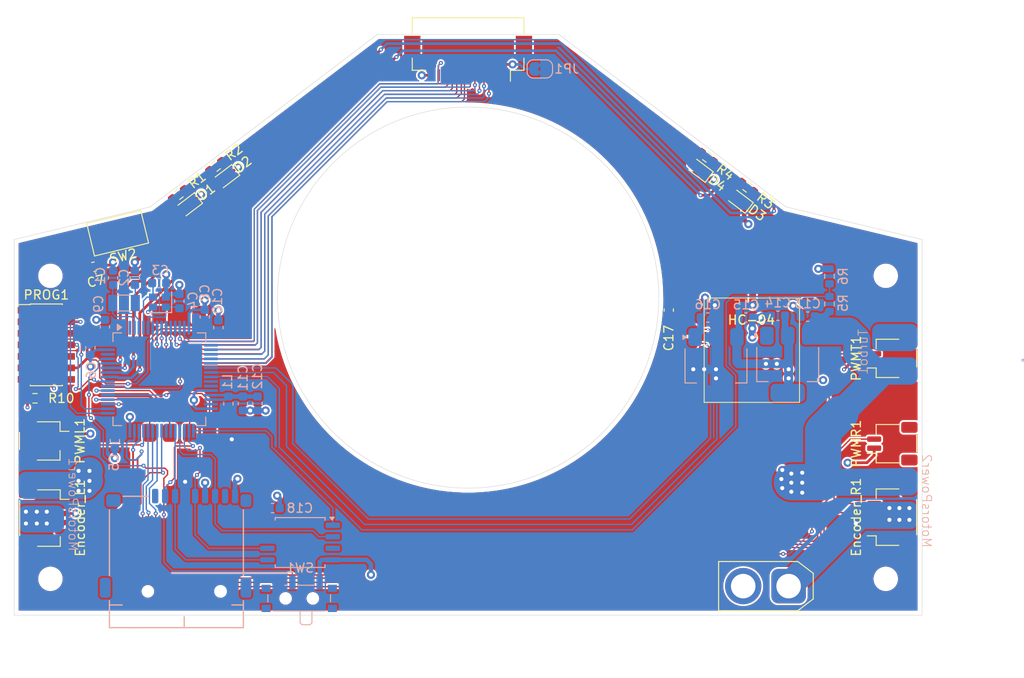
<source format=kicad_pcb>
(kicad_pcb (version 20240108) (generator "pcbnew") (generator_version "8.0")
  (layers (0 "F.Cu" signal) (1 "In1.Cu" signal) (2 "In2.Cu" signal) (31 "B.Cu" signal) (34 "B.Paste" user) (35 "F.Paste" user) (36 "B.SilkS" user "B.Silkscreen") (37 "F.SilkS" user "F.Silkscreen") (38 "B.Mask" user) (39 "F.Mask" user) (44 "Edge.Cuts" user))
  (net 0 "")
  (net 1 "GND")
  (net 2 "/LSE_IN")
  (net 3 "/LSE_OUT")
  (net 4 "/HSE_IN")
  (net 5 "/HSE_OUT")
  (net 6 "NRST")
  (net 7 "VREF+")
  (net 8 "VDC")
  (net 9 "+5V")
  (net 10 "+3.3V")
  (net 11 "Net-(D1-A)")
  (net 12 "Net-(D2-A)")
  (net 13 "Net-(D3-A)")
  (net 14 "Net-(D4-A)")
  (net 17 "SYS_JTCK_SWCLK")
  (net 20 "SYS_JTDO_SWO")
  (net 22 "SYS_JTMS_SWDIO")
  (net 24 "Net-(PROG1-Pin_11)")
  (net 25 "LED_3")
  (net 26 "LED_2")
  (net 27 "LED_1")
  (net 28 "LED_4")
  (net 29 "ADC1_IN15_Batt")
  (net 30 "BOOT0")
  (net 34 "SPI2_CS")
  (net 35 "LED_ON")
  (net 36 "ENC_R_B")
  (net 37 "SPI3_CS")
  (net 38 "SPI2_CLK")
  (net 39 "SPI3_MOSI")
  (net 40 "SPI2_MOSI")
  (net 42 "SPI3_SCL")
  (net 43 "ENC_R_A")
  (net 44 "UART1_TX")
  (net 45 "PWM_L")
  (net 46 "ENC_L_B")
  (net 47 "SPI3_INT")
  (net 48 "PWM_R")
  (net 49 "ENC_L_A")
  (net 51 "UART1_RX")
  (net 52 "SPI2_MISO")
  (net 55 "SPI2_CS2")
  (net 59 "Sensor9")
  (net 60 "Sensor3")
  (net 61 "Sensor7")
  (net 62 "Sensor11")
  (net 63 "Sensor1")
  (net 64 "Sensor2")
  (net 65 "Sensor12")
  (net 66 "Sensor6")
  (net 67 "Sensor4")
  (net 68 "Sensor8")
  (net 69 "LEDON")
  (net 70 "Sensor5")
  (net 71 "Sensor10")
  (net 72 "SPI3_MISO")
  (net 73 "PWM_T")
  (footprint "MountingHole:MountingHole_2.2mm_M2" (layer "F.Cu") (at 89 72.602)
    (property "Reference" "REF**" (hide yes))
    (property "Value" "MountingHole_2.2mm_M2" (hide yes))
  )
  (footprint "Resistor_SMD:R_0603_1608Metric" (layer "F.Cu") (at 161.335515 59.523506 -37.234)
    (property "Reference" "R4")
    (property "Value" "510R" (hide yes))
  )
  (footprint "Connector_JST:JST_SH_SM04B-SRSS-TB_1x04-1MP_P1.00mm_Horizontal" (layer "F.Cu") (at 88.3 99.3 -90)
    (property "Reference" "Encoder_L1")
    (property "Value" "Conn_01x04")
  )
  (footprint "Connector_JST:JST_SH_SM02B-SRSS-TB_1x02-1MP_P1.00mm_Horizontal" (layer "F.Cu") (at 181.725 91.1 90)
    (property "Reference" "PWMR1")
    (property "Value" "Conn_01x02")
  )
  (footprint "MountingHole:MountingHole_2.2mm_M2" (layer "F.Cu") (at 181 106)
    (property "Reference" "REF**" (hide yes))
    (property "Value" "MountingHole_2.2mm_M2" (hide yes))
  )
  (footprint "LED_SMD:LED_0603_1608Metric" (layer "F.Cu") (at 104.126985 64.923506 -142.766)
    (property "Reference" "D1")
    (property "Value" "BLUE" (hide yes))
  )
  (footprint "MountingHole:MountingHole_2.2mm_M2" (layer "F.Cu") (at 89 106)
    (property "Reference" "REF**" (hide yes))
    (property "Value" "MountingHole_2.2mm_M2" (hide yes))
  )
  (footprint "Resistor_SMD:R_0603_1608Metric" (layer "F.Cu") (at 165.766174 62.824322 -37.234)
    (property "Reference" "R3")
    (property "Value" "510R" (hide yes))
  )
  (footprint "Resistor_SMD:R_0603_1608Metric" (layer "F.Cu") (at 103.114485 63.623506 37.234)
    (property "Reference" "R1")
    (property "Value" "510R" (hide yes))
  )
  (footprint "Connector_PinHeader_1.27mm:PinHeader_2x07_P1.27mm_Vertical_SMD" (layer "F.Cu") (at 88.55 80.21)
    (property "Reference" "PROG1")
    (property "Value" "Conn_02x07_Odd_Even" (hide yes))
  )
  (footprint "Connector_FFC-FPC:Hirose_FH12-18S-0.5SH_1x18-1MP_P0.50mm_Horizontal" (layer "F.Cu") (at 135 48.65 180)
    (property "Reference" "J3" (hide yes))
    (property "Value" "Conn_01x18")
  )
  (footprint "LED_SMD:LED_0603_1608Metric" (layer "F.Cu") (at 108.226985 61.823506 -142.766)
    (property "Reference" "D2")
    (property "Value" "BLUE" (hide yes))
  )
  (footprint "Button_Switch_SMD:SW_SPST_CK_RS282G05A3" (layer "F.Cu") (at 96.4 67.9 -166.497)
    (property "Reference" "SW2")
    (property "Value" "SW_SPST")
  )
  (footprint "Capacitor_SMD:C_0603_1608Metric" (layer "F.Cu") (at 93.8 71.6 -166.497)
    (property "Reference" "C7")
    (property "Value" "100n" (hide yes))
  )
  (footprint "APhotonLibrary:ICM_MOUNT" (layer "F.Cu") (at 103.18 84.9 90)
    (property "Reference" "U6" (hide yes))
    (property "Value" "~" (hide yes))
  )
  (footprint "Connector_JST:JST_SH_SM02B-SRSS-TB_1x02-1MP_P1.00mm_Horizontal" (layer "F.Cu") (at 181.725 81.7 90)
    (property "Reference" "PWMT1")
    (property "Value" "Conn_01x02")
  )
  (footprint "MountingHole:MountingHole_2.2mm_M2" (layer "F.Cu") (at 181 72.602)
    (property "Reference" "REF**" (hide yes))
    (property "Value" "MountingHole_2.2mm_M2" (hide yes))
  )
  (footprint "Connector_AMASS:AMASS_XT30U-F_1x02_P5.0mm_Vertical" (layer "F.Cu") (at 170.3 106.8 180)
    (property "Reference" "J1" (hide yes))
    (property "Value" "-VIN+" (hide yes))
  )
  (footprint "Capacitor_SMD:C_0603_1608Metric" (layer "F.Cu") (at 157.1 76.375 90)
    (property "Reference" "C17")
    (property "Value" "1u" (hide yes))
  )
  (footprint "LED_SMD:LED_0603_1608Metric" (layer "F.Cu") (at 160.373015 60.823506 142.766)
    (property "Reference" "D4")
    (property "Value" "BLUE" (hide yes))
  )
  (footprint "APhotonLibrary:HC-04" (layer "F.Cu") (at 165.6 78.05 -90)
    (property "Reference" "U4" (hide yes))
    (property "Value" "~" (hide yes))
  )
  (footprint "Connector_JST:JST_SH_SM04B-SRSS-TB_1x04-1MP_P1.00mm_Horizontal" (layer "F.Cu") (at 181.725 99.2 90)
    (property "Reference" "Encoder_R1")
    (property "Value" "Conn_01x04")
  )
  (footprint "Resistor_SMD:R_0603_1608Metric" (layer "F.Cu") (at 87.3 86.1)
    (property "Reference" "R10")
    (property "Value" "100R" (hide yes))
  )
  (footprint "Connector_JST:JST_SH_SM02B-SRSS-TB_1x02-1MP_P1.00mm_Horizontal" (layer "F.Cu") (at 88.275 90.8 -90)
    (property "Reference" "PWML1")
    (property "Value" "Conn_01x02")
  )
  (footprint "Resistor_SMD:R_0603_1608Metric" (layer "F.Cu") (at 107.214485 60.523506 37.234)
    (property "Reference" "R2")
    (property "Value" "510R" (hide yes))
  )
  (footprint "LED_SMD:LED_0603_1608Metric" (layer "F.Cu") (at 164.778674 64.224322 142.766)
    (property "Reference" "D3")
    (property "Value" "BLUE" (hide yes))
  )
  (footprint "Capacitor_SMD:C_0603_1608Metric" (layer "B.Cu") (at 95 78.225 90)
    (property "Reference" "C9")
    (property "Value" "100n" (hide yes))
  )
  (footprint "Package_TO_SOT_SMD:SOT-223-3_TabPin2" (layer "B.Cu") (at 170.2 82.35 -90)
    (property "Reference" "U2" (hide yes))
    (property "Value" "AMS1117-5.0" (hide yes))
  )
  (footprint "Jumper:SolderJumper-2_P1.3mm_Bridged2Bar_RoundedPad1.0x1.5mm" (layer "B.Cu") (at 142.9 49.8)
    (property "Reference" "JP1")
    (property "Value" "SolderJumper_2_Bridged" (hide yes))
  )
  (footprint "Capacitor_SMD:C_0603_1608Metric" (layer "B.Cu") (at 106 77.125 90)
    (property "Reference" "C8")
    (property "Value" "100n" (hide yes))
  )
  (footprint "Capacitor_SMD:C_0603_1608Metric" (layer "B.Cu") (at 98.3 72.825 -90)
    (property "Reference" "C2")
    (property "Value" "5p1" (hide yes))
  )
  (footprint "Capacitor_SMD:C_0603_1608Metric" (layer "B.Cu") (at 107.5 78.3 90)
    (property "Reference" "C10")
    (property "Value" "100n" (hide yes))
  )
  (footprint "Inductor_SMD:L_0603_1608Metric" (layer "B.Cu") (at 108.6 86.6875 -90)
    (property "Reference" "L1")
    (property "Value" "27n" (hide yes))
  )
  (footprint "APhotonLibrary:SdCard" (layer "B.Cu") (at 103 104)
    (property "Reference" "J2" (hide yes))
    (property "Value" "Micro_SD_Card" (hide yes))
  )
  (footprint "Button_Switch_SMD:SW_SPDT_PCM12" (layer "B.Cu") (at 116.4 107.825 180)
    (property "Reference" "SW1")
    (property "Value" "SW_DPDT_x2")
  )
  (footprint "Package_SO:SOIC-8_5.275x5.275mm_P1.27mm" (layer "B.Cu") (at 116.5 101.995 180)
    (property "Reference" "U5" (hide yes))
    (property "Value" "SST25VF080B-50-4x-S2Ax" (hide yes))
  )
  (footprint "APhotonLibrary:PowerConn" (layer "B.Cu") (at 182 81.2 -90)
    (property "Reference" "Turbo1")
    (property "Value" "Conn_01x02")
  )
  (footprint "Resistor_SMD:R_0603_1608Metric" (layer "B.Cu") (at 174.8 75.7 -90)
    (property "Reference" "R5")
    (property "Value" "1k" (hide yes))
  )
  (footprint "APhotonLibrary:PowerConn" (layer "B.Cu") (at 88 97.6 90)
    (property "Reference" "MotorsPower1")
    (property "Value" "Conn_01x02")
  )
  (footprint "Capacitor_SMD:C_0603_1608Metric" (layer "B.Cu") (at 95.9 72.825 -90)
    (property "Reference" "C1")
    (property "Value" "5p1" (hide yes))
  )
  (footprint "Capacitor_SMD:C_0603_1608Metric" (layer "B.Cu") (at 113.475 98.2)
    (property "Reference" "C18")
    (property "Value" "100n" (hide yes))
  )
  (footprint "Crystal:Crystal_SMD_2016-4Pin_2.0x1.6mm" (layer "B.Cu") (at 101 75.5 180)
    (property "Reference" "X1" (hide yes))
    (property "Value" "24Mhz" (hide yes))
  )
  (footprint "APhotonLibrary:PowerConn" (layer "B.Cu") (at 182 97.2 90)
    (property "Reference" "MotorsPower2")
    (property "Value" "Conn_01x02")
  )
  (footprint "Crystal:Crystal_SMD_3215-2Pin_3.2x1.5mm" (layer "B.Cu") (at 97.1 75.6)
    (property "Reference" "X2" (hide yes))
    (property "Value" "32.768KHz" (hide yes))
  )
  (footprint "Capacitor_SMD:C_0603_1608Metric" (layer "B.Cu") (at 100.975 73.4 180)
    (property "Reference" "C3")
    (property "Value" "6p8" (hide yes))
  )
  (footprint "Capacitor_SMD:C_0603_1608Metric" (layer "B.Cu") (at 169.125 77 180)
    (property "Reference" "C14")
    (property "Value" "10u" (hide yes))
  )
  (footprint "Capacitor_SMD:C_0603_1608Metric" (layer "B.Cu") (at 96.1 90.775 -90)
    (property "Reference" "C5")
    (property "Value" "4u7" (hide yes))
  )
  (footprint "Capacitor_SMD:C_0603_1608Metric" (layer "B.Cu") (at 161.4 77.2 180)
    (property "Reference" "C16")
    (property "Value" "10u" (hide yes))
  )
  (footprint "Resistor_SMD:R_0603_1608Metric" (layer "B.Cu") (at 174.8 72.65 -90)
    (property "Reference" "R6")
    (property "Value" "250R" (hide yes))
  )
  (footprint "Capacitor_SMD:C_0603_1608Metric" (layer "B.Cu") (at 165.6 77.2)
    (property "Reference" "C15")
    (property "Value" "10u" (hide yes))
  )
  (footprint "Capacitor_SMD:C_0603_1608Metric" (layer "B.Cu") (at 172.4 77.1 180)
    (property "Reference" "C13")
    (property "Value" "10u" (hide yes))
  )
  (footprint "Capacitor_SMD:C_0603_1608Metric" (layer "B.Cu") (at 110.2 86.675 -90)
    (property "Reference" "C11")
    (property "Value" "100n" (hide yes))
  )
  (footprint "Capacitor_SMD:C_0603_1608Metric" (layer "B.Cu") (at 103.2 75.4 -90)
    (property "Reference" "C4")
    (property "Value" "6p8" (hide yes))
  )
  (footprint "Capacitor_SMD:C_0603_1608Metric" (layer "B.Cu") (at 93.4 80.525 -90)
    (property "Reference" "C6")
    (property "Value" "100n" (hide yes))
  )
  (footprint "Package_QFP:LQFP-64_10x10mm_P0.5mm" (layer "B.Cu") (at 101 84 -90)
    (property "Reference" "U1" (hide yes))
    (property "Value" "STM32G474RETx" (hide yes))
  )
  (footprint "Capacitor_SMD:C_0603_1608Metric" (layer "B.Cu") (at 111.8 86.675 -90)
    (property "Reference" "C12")
    (property "Value" "1u" (hide yes))
  )
  (footprint "Package_TO_SOT_SMD:SOT-223-3_TabPin2" (layer "B.Cu") (at 162.3 82.5 -90)
    (property "Reference" "U3" (hide yes))
    (property "Value" "AMS1117-3.3" (hide yes))
  )
  (gr_circle (center 135 75) (end 135 96) (stroke (width 0.05)) (fill none) (layer "Edge.Cuts"))
  (gr_line (start 100 65) (end 125 46) (stroke (width 0.05)) (layer "Edge.Cuts"))
  (gr_line (start 100 110) (end 170 110) (stroke (width 0.05)) (layer "Edge.Cuts"))
  (gr_line (start 145 46) (end 170 65) (stroke (width 0.05)) (layer "Edge.Cuts"))
  (gr_line (start 85 110) (end 85 68.602) (stroke (width 0.05)) (layer "Edge.Cuts"))
  (gr_line (start 170 65) (end 185 68.602) (stroke (width 0.05)) (layer "Edge.Cuts"))
  (gr_line (start 100 110) (end 85 110) (stroke (width 0.05)) (layer "Edge.Cuts"))
  (gr_line (start 170 110) (end 185 110) (stroke (width 0.05)) (layer "Edge.Cuts"))
  (gr_line (start 185 110) (end 185 68.602) (stroke (width 0.05)) (layer "Edge.Cuts"))
  (gr_line (start 100 65) (end 85 68.602) (stroke (width 0.05)) (layer "Edge.Cuts"))
  (gr_line (start 125 46) (end 145 46) (stroke (width 0.05)) (layer "Edge.Cuts"))
  (via (at 196.1 81.9) (size 0.26) (drill 0.16) (layers "F.Cu" "B.Cu") (net 0))
  (segment (start 172 105.7) (end 171.95 105.7) (width 0.3) (layer "F.Cu") (net 1))
  (segment (start 165.405659 64.700816) (end 165.405659 66.435659) (width 0.5) (layer "F.Cu") (net 1))
  (segment (start 92.1 90.3) (end 92.4 90) (width 0.3) (layer "F.Cu") (net 1))
  (segment (start 86.6 78.939999) (end 86.6 80.209999) (width 0.3) (layer "F.Cu") (net 1))
  (segment (start 94.553577 71.41904) (end 95.58096 71.41904) (width 0.3) (layer "F.Cu") (net 1))
  (segment (start 109.600982 60.6) (end 108.85397 61.347012) (width 0.3) (layer "F.Cu") (net 1))
  (segment (start 86.475 86.1) (end 86.475 87.1) (width 0.3) (layer "F.Cu") (net 1))
  (segment (start 160.55 75.55) (end 161.1 75) (width 0.5) (layer "F.Cu") (net 1))
  (segment (start 157.1 75.6) (end 159.45 75.6) (width 0.5) (layer "F.Cu") (net 1))
  (segment (start 88.9 81.680001) (end 88.9 84.5) (width 0.3) (layer "F.Cu") (net 1))
  (segment (start 105.600982 63.6) (end 104.75397 64.447012) (width 0.3) (layer "F.Cu") (net 1))
  (segment (start 177.7 99.9) (end 179.525 99.9) (width 0.3) (layer "F.Cu") (net 1))
  (segment (start 109.7 60.6) (end 109.600982 60.6) (width 0.3) (layer "F.Cu") (net 1))
  (segment (start 91.8 98.8) (end 90.375 98.8) (width 0.3) (layer "F.Cu") (net 1))
  (segment (start 179.725 92.395) (end 179.725 91.6) (width 0.3) (layer "F.Cu") (net 1))
  (segment (start 86.599999 80.21) (end 87.429999 80.21) (width 0.3) (layer "F.Cu") (net 1))
  (segment (start 86.6 80.209999) (end 86.599999 80.21) (width 0.3) (layer "F.Cu") (net 1))
  (segment (start 100.192195 69.207805) (end 100.192195 66.989365) (width 0.5) (layer "F.Cu") (net 1))
  (segment (start 165.405659 66.435659) (end 165.87 66.9) (width 0.5) (layer "F.Cu") (net 1))
  (segment (start 90.275 90.3) (end 92.1 90.3) (width 0.3) (layer "F.Cu") (net 1))
  (segment (start 131.25 50.5) (end 130.75 50.5) (width 0.3) (layer "F.Cu") (net 1))
  (segment (start 161 61.3) (end 161.68 61.98) (width 0.5) (layer "F.Cu") (net 1))
  (segment (start 87.429999 80.21) (end 88.9 81.680001) (width 0.3) (layer "F.Cu") (net 1))
  (segment (start 88.9 84.5) (end 89.4 85) (width 0.3) (layer "F.Cu") (net 1))
  (segment (start 92.4 90) (end 93.4 90) (width 0.3) (layer "F.Cu") (net 1))
  (segment (start 98.3 71.1) (end 100.192195 69.207805) (width 0.5) (layer "F.Cu") (net 1))
  (segment (start 179.725 82.2) (end 177.12 82.2) (width 0.3) (layer "F.Cu") (net 1))
  (segment (start 161.68 61.98) (end 162.09 61.98) (width 0.5) (layer "F.Cu") (net 1))
  (segment (start 178.92 93.2) (end 179.725 92.395) (width 0.3) (layer "F.Cu") (net 1))
  (segment (start 129.9 50.5) (end 130.75 50.5) (width 0.3) (layer "F.Cu") (net 1))
  (segment (start 177.12 82.2) (end 176.4 82.92) (width 0.3) (layer "F.Cu") (net 1))
  (segment (start 179.525 99.9) (end 179.725 99.7) (width 0.3) (layer "F.Cu") (net 1))
  (segment (start 105.600982 63.6) (end 105.8 63.6) (width 0.3) (layer "F.Cu") (net 1))
  (segment (start 176.8 93.2) (end 178.92 93.2) (width 0.3) (layer "F.Cu") (net 1))
  (segment (start 159.45 75.6) (end 159.5 75.55) (width 0.5) (layer "F.Cu") (net 1))
  (segment (start 95.58096 71.41904) (end 95.9 71.1) (width 0.3) (layer "F.Cu") (net 1))
  (segment (start 159.5 75.55) (end 160.55 75.55) (width 0.5) (layer "F.Cu") (net 1))
  (via (at 181.4 99.5) (size 0.9) (drill 0.45) (layers "F.Cu" "B.Cu") (net 1))
  (via (at 93.4 82.6) (size 0.9) (drill 0.45) (layers "F.Cu" "B.Cu") (net 1))
  (via (at 101.75 72.45) (size 0.9) (drill 0.45) (layers "F.Cu" "B.Cu") (net 1))
  (via (at 98.3 71.1) (size 0.9) (drill 0.45) (layers "F.Cu" "B.Cu") (net 1))
  (via (at 94.05 77.45) (size 0.9) (drill 0.45) (layers "F.Cu" "B.Cu") (net 1))
  (via (at 165.87 66.9) (size 0.9) (drill 0.45) (layers "F.Cu" "B.Cu") (net 1))
  (via (at 176.4 82.92) (size 0.45) (drill 0.2) (layers "F.Cu" "B.Cu") (net 1))
  (via (at 106 75.3) (size 0.9) (drill 0.45) (layers "F.Cu" "B.Cu") (net 1))
  (via (at 113.97 96.83) (size 0.9) (drill 0.45) (layers "F.Cu" "B.Cu") (net 1))
  (via (at 112.7 87.45) (size 0.9) (drill 0.45) (layers "F.Cu" "B.Cu") (net 1))
  (via (at 162.09 61.98) (size 0.9) (drill 0.45) (layers "F.Cu" "B.Cu") (net 1))
  (via (at 167.2 77.2) (size 0.9) (drill 0.45) (layers "F.Cu" "B.Cu") (net 1))
  (via (at 91.8 98.8) (size 0.9) (drill 0.45) (layers "F.Cu" "B.Cu") (net 1))
  (via (at 96.1 92.7) (size 0.9) (drill 0.45) (layers "F.Cu" "B.Cu") (net 1))
  (via (at 129.9 50.5) (size 0.9) (drill 0.45) (layers "F.Cu" "B.Cu") (net 1))
  (via (at 95.9 71.1) (size 0.9) (drill 0.45) (layers "F.Cu" "B.Cu") (net 1))
  (via (at 124.3 105.55) (size 0.9) (drill 0.45) (layers "F.Cu" "B.Cu") (net 1))
  (via (at 107.5 76.4) (size 0.9) (drill 0.45) (layers "F.Cu" "B.Cu") (net 1))
  (via (at 161.1 75) (size 0.9) (drill 0.45) (layers "F.Cu" "B.Cu") (net 1))
  (via (at 111 87.45) (size 0.9) (drill 0.45) (layers "F.Cu" "B.Cu") (net 1))
  (via (at 170.8 75.9) (size 0.9) (drill 0.45) (layers "F.Cu" "B.Cu") (net 1))
  (via (at 89.4 85) (size 0.45) (drill 0.2) (layers "F.Cu" "B.Cu") (net 1))
  (via (at 106.034968 95.4) (size 0.9) (drill 0.45) (layers "F.Cu" "B.Cu") (net 1))
  (via (at 105.600982 63.6) (size 0.9) (drill 0.45) (layers "F.Cu" "B.Cu") (net 1))
  (via (at 176.8 93.2) (size 0.9) (drill 0.45) (layers "F.Cu" "B.Cu") (net 1))
  (via (at 103.2 73.6) (size 0.9) (drill 0.45) (layers "F.Cu" "B.Cu") (net 1))
  (via (at 86.475 87.1) (size 0.45) (drill 0.2) (layers "F.Cu" "B.Cu") (net 1))
  (via (at 173.57 71.83) (size 0.9) (drill 0.45) (layers "F.Cu" "B.Cu") (net 1))
  (via (at 87.5 98.6) (size 0.9) (drill 0.45) (layers "F.Cu" "B.Cu") (net 1))
  (via (at 93.4 90) (size 0.9) (drill 0.45) (layers "F.Cu" "B.Cu") (net 1))
  (via (at 104.8 86.3) (size 0.9) (drill 0.45) (layers "F.Cu" "B.Cu") (net 1))
  (via (at 109.6 94.97) (size 0.9) (drill 0.45) (layers "F.Cu" "B.Cu") (net 1))
  (via (at 86.3 98.6) (size 0.9) (drill 0.45) (layers "F.Cu" "B.Cu") (net 1))
  (via (at 87.5 99.9) (size 0.9) (drill 0.45) (layers "F.Cu" "B.Cu") (net 1))
  (via (at 181.4 98.2) (size 0.9) (drill 0.45) (layers "F.Cu" "B.Cu") (net 1))
  (via (at 183.6 98.2) (size 0.9) (drill 0.45) (layers "F.Cu" "B.Cu") (net 1))
  (via (at 99.75 76.6) (size 0.45) (drill 0.2) (layers "F.Cu" "B.Cu") (net 1))
  (via (at 174.1 84.1) (size 0.9) (drill 0.45) (layers "F.Cu" "B.Cu") (net 1))
  (via (at 166.3 79.4) (size 0.9) (drill 0.45) (layers "F.Cu" "B.Cu") (net 1))
  (via (at 86.3 99.9) (size 0.9) (drill 0.45) (layers "F.Cu" "B.Cu") (net 1))
  (via (at 97.75 88.15) (size 0.9) (drill 0.45) (layers "F.Cu" "B.Cu") (net 1))
  (via (at 88.6 99.9) (size 0.9) (drill 0.45) (layers "F.Cu" "B.Cu") (net 1))
  (via (at 177.7 99.9) (size 0.9) (drill 0.45) (layers "F.Cu" "B.Cu") (net 1))
  (via (at 182.5 98.2) (size 0.9) (drill 0.45) (layers "F.Cu" "B.Cu") (net 1))
  (via (at 166.3 78.4) (size 0.9) (drill 0.45) (layers "F.Cu" "B.Cu") (net 1))
  (via (at 109.7 60.6) (size 0.9) (drill 0.45) (layers "F.Cu" "B.Cu") (net 1))
  (via (at 88.6 98.6) (size 0.9) (drill 0.45) (layers "F.Cu" "B.Cu") (net 1))
  (via (at 183.6 99.5) (size 0.9) (drill 0.45) (layers "F.Cu" "B.Cu") (net 1))
  (via (at 182.5 99.5) (size 0.9) (drill 0.45) (layers "F.Cu" "B.Cu") (net 1))
  (segment (start 106.675 85.25) (end 105.15 85.25) (width 0.3) (layer "B.Cu") (net 1))
  (segment (start 97.75 88.15) (end 97.75 89.675) (width 0.3) (layer "B.Cu") (net 1))
  (segment (start 160.625 78.725) (end 160.625 77.2) (width 0.75) (layer "B.Cu") (net 1))
  (segment (start 103.2 74.625) (end 102.025 74.625) (width 0.5) (layer "B.Cu") (net 1))
  (segment (start 102.025 74.625) (end 101.7 74.95) (width 0.5) (layer "B.Cu") (net 1))
  (segment (start 95.9 71.1) (end 95.9 72.05) (width 0.5) (layer "B.Cu") (net 1))
  (segment (start 104.8 86.3) (end 104.8 87) (width 0.3) (layer "B.Cu") (net 1))
  (segment (start 105.05 87.25) (end 106.675 87.25) (width 0.3) (layer "B.Cu") (net 1))
  (segment (start 173.575 71.825) (end 173.57 71.83) (width 0.75) (layer "B.Cu") (net 1))
  (segment (start 166.3 79.4) (end 166.3 78.4) (width 0.75) (layer "B.Cu") (net 1))
  (segment (start 167.2 77.2) (end 166.375 77.2) (width 0.75) (layer "B.Cu") (net 1))
  (segment (start 123.82 103.9) (end 124.3 104.38) (width 0.5) (layer "B.Cu") (net 1))
  (segment (start 124.3 104.38) (end 124.3 105.55) (width 0.5) (layer "B.Cu") (net 1))
  (segment (start 101.75 74.9) (end 101.7 74.95) (width 0.5) (layer "B.Cu") (net 1))
  (segment (start 104.25 78.325) (end 104.25 76.73) (width 0.3) (layer "B.Cu") (net 1))
  (segment (start 167.4 77) (end 168.35 77) (width 0.75) (layer "B.Cu") (net 1))
  (segment (start 94.05 77.45) (end 95 77.45) (width 0.3) (layer "B.Cu") (net 1))
  (segment (start 93.4 81.3) (end 93.95 80.75) (width 0.3) (layer "B.Cu") (net 1))
  (segment (start 109.334968 96.878145) (end 109.334968 95.235032) (width 0.5) (layer "B.Cu") (net 1))
  (segment (start 118.65 106.395) (end 118.65 104.16) (width 0.5) (layer "B.Cu") (net 1))
  (segment (start 161.1 75) (end 161.1 76.725) (width 0.5) (layer "B.Cu") (net 1))
  (segment (start 98.3 71.1) (end 98.3 72.05) (width 0.5) (layer "B.Cu") (net 1))
  (segment (start 93.95 80.75) (end 95.325 80.75) (width 0.3) (layer "B.Cu") (net 1))
  (segment (start 107.5 77.525) (end 107.5 76.4) (width 0.5) (layer "B.Cu") (net 1))
  (segment (start 166.3 78.4) (end 166.3 77.275) (width 0.75) (layer "B.Cu") (net 1))
  (segment (start 106.034968 96.878145) (end 106.034968 95.4) (width 0.5) (layer "B.Cu") (net 1))
  (segment (start 160 79.35) (end 160.625 78.725) (width 0.75) (layer "B.Cu") (net 1))
  (segment (start 178.1 99) (end 170.3 106.8) (width 3) (layer "B.Cu") (net 1))
  (segment (start 167.2 77.2) (end 167.4 77) (width 0.75) (layer "B.Cu") (net 1))
  (segment (start 101.75 72.45) (end 101.75 73.4) (width 0.5) (layer "B.Cu") (net 1))
  (segment (start 120.1 103.9) (end 123.82 103.9) (width 0.5) (layer "B.Cu") (net 1))
  (segment (start 118.91 103.9) (end 120.1 103.9) (width 0.5) (layer "B.Cu") (net 1))
  (segment (start 114.25 98.2) (end 114.25 97.11) (width 0.5) (layer "B.Cu") (net 1))
  (segment (start 182 99) (end 178.1 99) (width 3) (layer "B.Cu") (net 1))
  (segment (start 111 87.45) (end 111.8 87.45) (width 0.5) (layer "B.Cu") (net 1))
  (segment (start 103.2 73.6) (end 103.2 74.625) (width 0.5) (layer "B.Cu") (net 1))
  (segment (start 104.63 76.35) (end 106 76.35) (width 0.3) (layer "B.Cu") (net 1))
  (segment (start 104.8 85.6) (end 104.8 86.3) (width 0.3) (layer "B.Cu") (net 1))
  (segment (start 109.334968 95.235032) (end 109.6 94.97) (width 0.5) (layer "B.Cu") (net 1))
  (segment (start 96.1 91.55) (end 96.1 92.7) (width 0.5) (layer "B.Cu") (net 1))
  (segment (start 101.75 73.4) (end 101.75 74.9) (width 0.5) (layer "B.Cu") (net 1))
  (segment (start 170.8 75.9) (end 171.625 76.725) (width 0.75) (layer "B.Cu") (net 1))
  (segment (start 100.3 76.05) (end 99.75 76.6) (width 0.3) (layer "B.Cu") (net 1))
  (segment (start 174.8 71.825) (end 173.575 71.825) (width 0.75) (layer "B.Cu") (net 1))
  (segment (start 104.25 76.73) (end 104.63 76.35) (width 0.3) (layer "B.Cu") (net 1))
  (segment (start 110.2 87.45) (end 111 87.45) (width 0.5) (layer "B.Cu") (net 1))
  (segment (start 106 76.35) (end 106 75.3) (width 0.5) (layer "B.Cu") (net 1))
  (segment (start 161.1 76.725) (end 160.625 77.2) (width 0.5) (layer "B.Cu") (net 1))
  (segment (start 104.8 87) (end 105.05 87.25) (width 0.3) (layer "B.Cu") (net 1))
  (segment (start 114.25 97.11) (end 113.97 96.83) (width 0.5) (layer "B.Cu") (net 1))
  (segment (start 111.8 87.45) (end 112.7 87.45) (width 0.5) (layer "B.Cu") (net 1))
  (segment (start 171.625 76.725) (end 171.625 77.1) (width 0.75) (layer "B.Cu") (net 1))
  (segment (start 93.4 81.3) (end 93.4 82.6) (width 0.3) (layer "B.Cu") (net 1))
  (segment (start 118.65 104.16) (end 118.91 103.9) (width 0.5) (layer "B.Cu") (net 1))
  (segment (start 166.3 77.275) (end 166.375 77.2) (width 0.75) (layer "B.Cu") (net 1))
  (segment (start 105.15 85.25) (end 104.8 85.6) (width 0.3) (layer "B.Cu") (net 1))
  (segment (start 98.25 78.325) (end 98.25 77.45) (width 0.15) (layer "B.Cu") (net 2))
  (segment (start 95.85 76.75) (end 95.85 75.6) (width 0.15) (layer "B.Cu") (net 2))
  (segment (start 95.85 73.65) (end 95.9 73.6) (width 0.15) (layer "B.Cu") (net 2))
  (segment (start 98.25 77.45) (end 97.9 77.1) (width 0.15) (layer "B.Cu") (net 2))
  (segment (start 95.85 75.6) (end 95.85 73.65) (width 0.15) (layer "B.Cu") (net 2))
  (segment (start 96.2 77.1) (end 95.85 76.75) (width 0.15) (layer "B.Cu") (net 2))
  (segment (start 97.9 77.1) (end 96.2 77.1) (width 0.15) (layer "B.Cu") (net 2))
  (segment (start 98.35 73.65) (end 98.3 73.6) (width 0.15) (layer "B.Cu") (net 3))
  (segment (start 98.35 77.05) (end 98.35 75.6) (width 0.15) (layer "B.Cu") (net 3))
  (segment (start 98.75 78.325) (end 98.75 77.45) (width 0.15) (layer "B.Cu") (net 3))
  (segment (start 98.75 77.45) (end 98.35 77.05) (width 0.15) (layer "B.Cu") (net 3))
  (segment (start 98.35 75.6) (end 98.35 73.65) (width 0.15) (layer "B.Cu") (net 3))
  (segment (start 100.3 74.95) (end 100.3 73.5) (width 0.15) (layer "B.Cu") (net 4))
  (segment (start 99.65 74.95) (end 100.3 74.95) (width 0.15) (layer "B.Cu") (net 4))
  (segment (start 99.25 78.325) (end 99.25 75.35) (width 0.15) (layer "B.Cu") (net 4))
  (segment (start 100.3 73.5) (end 100.2 73.4) (width 0.15) (layer "B.Cu") (net 4))
  (segment (start 99.25 75.35) (end 99.65 74.95) (width 0.15) (layer "B.Cu") (net 4))
  (segment (start 103.075 76.05) (end 103.2 76.175) (width 0.15) (layer "B.Cu") (net 5))
  (segment (start 101.7 77.05) (end 101.59 77.16) (width 0.15) (layer "B.Cu") (net 5))
  (segment (start 101.7 76.05) (end 103.075 76.05) (width 0.15) (layer "B.Cu") (net 5))
  (segment (start 101.7 76.05) (end 101.7 77.05) (width 0.15) (layer "B.Cu") (net 5))
  (segment (start 99.75 77.25) (end 99.75 78.325) (width 0.15) (layer "B.Cu") (net 5))
  (segment (start 101.59 77.16) (end 99.84 77.16) (width 0.15) (layer "B.Cu") (net 5))
  (segment (start 99.84 77.16) (end 99.75 77.25) (width 0.15) (layer "B.Cu") (net 5))
  (segment (start 94.43 83.83) (end 94.43 82.28) (width 0.15) (layer "F.Cu") (net 6))
  (segment (start 94.43 82.28) (end 94.025 81.875) (width 0.15) (layer "F.Cu") (net 6))
  (segment (start 95.1 84.5) (end 94.43 83.83) (width 0.15) (layer "F.Cu") (net 6))
  (segment (start 97.54 84.5) (end 95.1 84.5) (width 0.15) (layer "F.Cu") (net 6))
  (segment (start 93.046423 71.78096) (end 93.046423 81.703577) (width 0.3) (layer "F.Cu") (net 6))
  (segment (start 94.025 81.875) (end 93.217846 81.875) (width 0.15) (layer "F.Cu") (net 6))
  (segment (start 93.046423 71.78096) (end 93.046423 69.249253) (width 0.3) (layer "F.Cu") (net 6))
  (segment (start 92 82.75) (end 90.5 82.75) (width 0.3) (layer "F.Cu") (net 6))
  (segment (start 93.217846 81.875) (end 93.046423 81.703577) (width 0.15) (layer "F.Cu") (net 6))
  (segment (start 93.046423 69.249253) (end 92.607805 68.810635) (width 0.3) (layer "F.Cu") (net 6))
  (segment (start 93.046423 81.703577) (end 92 82.75) (width 0.3) (layer "F.Cu") (net 6))
  (via (at 97.54 84.5) (size 0.45) (drill 0.2) (layers "F.Cu" "B.Cu") (net 6))
  (segment (start 100.25 79.34) (end 100.25 78.325) (width 0.15) (layer "B.Cu") (net 6))
  (segment (start 97.54 84.5) (end 98.45 84.5) (width 0.15) (layer "B.Cu") (net 6))
  (segment (start 99.71 79.88) (end 100.25 79.34) (width 0.15) (layer "B.Cu") (net 6))
  (segment (start 99.71 83.24) (end 99.71 79.88) (width 0.15) (layer "B.Cu") (net 6))
  (segment (start 98.45 84.5) (end 99.71 83.24) (width 0.15) (layer "B.Cu") (net 6))
  (segment (start 108.25 86.25) (end 108.6 85.9) (width 0.3) (layer "B.Cu") (net 7))
  (segment (start 106.675 85.75) (end 108.45 85.75) (width 0.3) (layer "B.Cu") (net 7))
  (segment (start 110.2 85.9) (end 108.6 85.9) (width 0.5) (layer "B.Cu") (net 7))
  (segment (start 108.45 85.75) (end 108.6 85.9) (width 0.3) (layer "B.Cu") (net 7))
  (segment (start 111.8 85.9) (end 110.2 85.9) (width 0.5) (layer "B.Cu") (net 7))
  (segment (start 106.675 86.25) (end 108.25 86.25) (width 0.3) (layer "B.Cu") (net 7))
  (via (at 92.1 94.1) (size 0.9) (drill 0.45) (layers "F.Cu" "B.Cu") (net 8))
  (via (at 92.1 95.2) (size 0.9) (drill 0.45) (layers "F.Cu" "B.Cu") (net 8))
  (via (at 171.8 94.3) (size 0.9) (drill 0.45) (layers "F.Cu" "B.Cu") (net 8))
  (via (at 93.3 95.2) (size 0.9) (drill 0.45) (layers "F.Cu" "B.Cu") (net 8))
  (via (at 169.6 94) (size 0.9) (drill 0.45) (layers "F.Cu" "B.Cu") (net 8))
  (via (at 170.6 94.4) (size 0.9) (drill 0.45) (layers "F.Cu" "B.Cu") (net 8))
  (via (at 93.3 96.3) (size 0.9) (drill 0.45) (layers "F.Cu" "B.Cu") (net 8))
  (via (at 171.8 95.4) (size 0.9) (drill 0.45) (layers "F.Cu" "B.Cu") (net 8))
  (via (at 92.1 96.3) (size 0.9) (drill 0.45) (layers "F.Cu" "B.Cu") (net 8))
  (via (at 170.6 96.4) (size 0.9) (drill 0.45) (layers "F.Cu" "B.Cu") (net 8))
  (via (at 170.6 95.4) (size 0.9) (drill 0.45) (layers "F.Cu" "B.Cu") (net 8))
  (via (at 171.8 96.5) (size 0.9) (drill 0.45) (layers "F.Cu" "B.Cu") (net 8))
  (via (at 169.5 95) (size 0.9) (drill 0.45) (layers "F.Cu" "B.Cu") (net 8))
  (via (at 169.6 96) (size 0.9) (drill 0.45) (layers "F.Cu" "B.Cu") (net 8))
  (via (at 93.3 94.1) (size 0.9) (drill 0.45) (layers "F.Cu" "B.Cu") (net 8))
  (segment (start 176 87.8) (end 180.7 83.1) (width 3) (layer "B.Cu") (net 8))
  (segment (start 174.1 95.35) (end 174.1 89.7) (width 4) (layer "B.Cu") (net 8))
  (segment (start 174.1 95.35) (end 170.65 95.35) (width 4) (layer "B.Cu") (net 8))
  (segment (start 180.7 83.1) (end 182 83.1) (width 3) (layer "B.Cu") (net 8))
  (segment (start 88 95.7) (end 91.7 95.7) (width 3) (layer "B.Cu") (net 8))
  (segment (start 182 83.1) (end 179.735176 83.1) (width 3) (layer "B.Cu") (net 8))
  (segment (start 176.899298 78.689298) (end 173.239298 78.689298) (width 3) (layer "B.Cu") (net 8))
  (segment (start 91.7 95.7) (end 93.3 94.1) (width 3) (layer "B.Cu") (net 8))
  (segment (start 177.8 81.164824) (end 177.8 79.59) (width 3) (layer "B.Cu") (net 8))
  (segment (start 93.3 95.2) (end 92.8 95.7) (width 3) (layer "B.Cu") (net 8))
  (segment (start 179.735176 83.1) (end 177.8 81.164824) (width 3) (layer "B.Cu") (net 8))
  (segment (start 174.1 89.7) (end 176 87.8) (width 4) (layer "B.Cu") (net 8))
  (segment (start 181.95 95.35) (end 174.1 95.35) (width 3) (layer "B.Cu") (net 8))
  (segment (start 173.175 77.1) (end 174.225 77.1) (width 0.75) (layer "B.Cu") (net 8))
  (segment (start 177.8 79.59) (end 176.899298 78.689298) (width 3) (layer "B.Cu") (net 8))
  (segment (start 173.175 78.625) (end 172.6 79.2) (width 0.75) (layer "B.Cu") (net 8))
  (segment (start 174.225 77.1) (end 174.8 76.525) (width 0.75) (layer "B.Cu") (net 8))
  (segment (start 170.65 95.35) (end 170.6 95.4) (width 3) (layer "B.Cu") (net 8))
  (segment (start 173.175 77.1) (end 173.175 78.625) (width 0.75) (layer "B.Cu") (net 8))
  (segment (start 92.8 95.7) (end 88 95.7) (width 3) (layer "B.Cu") (net 8))
  (segment (start 182 95.3) (end 181.95 95.35) (width 3) (layer "B.Cu") (net 8))
  (segment (start 137.75 50.5) (end 138.25 50.5) (width 0.3) (layer "F.Cu") (net 9))
  (segment (start 138.25 50.5) (end 138.25 51.92) (width 0.3) (layer "F.Cu") (net 9))
  (segment (start 166.34 75.83) (end 166.34 73.24) (width 0.75) (layer "F.Cu") (net 9))
  (segment (start 137.75 50.5) (end 137.75 51.46) (width 0.3) (layer "F.Cu") (net 9))
  (segment (start 138.25 51.92) (end 138.23 51.94) (width 0.3) (layer "F.Cu") (net 9))
  (segment (start 166.34 73.24) (end 145.04 51.94) (width 0.75) (layer "F.Cu") (net 9))
  (segment (start 145.04 51.94) (end 138.23 51.94) (width 0.75) (layer "F.Cu") (net 9))
  (segment (start 137.75 51.46) (end 138.23 51.94) (width 0.3) (layer "F.Cu") (net 9))
  (via (at 166.34 75.83) (size 0.9) (drill 0.45) (layers "F.Cu" "B.Cu") (net 9))
  (via (at 167.8 82.3) (size 0.9) (drill 0.45) (layers "F.Cu" "B.Cu") (net 9))
  (via (at 169 82.3) (size 0.9) (drill 0.45) (layers "F.Cu" "B.Cu") (net 9))
  (via (at 170.3 83.9) (size 0.9) (drill 0.45) (layers "F.Cu" "B.Cu") (net 9))
  (via (at 170.3 82.9) (size 0.9) (drill 0.45) (layers "F.Cu" "B.Cu") (net 9))
  (segment (start 164.825 77.2) (end 164.825 79.125) (width 0.75) (layer "B.Cu") (net 9))
  (segment (start 164.6 79.35) (end 164.6 82.1) (width 1) (layer "B.Cu") (net 9))
  (segment (start 170.2 82.3) (end 170.3 82.2) (width 1) (layer "B.Cu") (net 9))
  (segment (start 164.825 77.2) (end 164.825 76.005) (width 0.75) (layer "B.Cu") (net 9))
  (segment (start 164.825 76.005) (end 165 75.83) (width 0.75) (layer "B.Cu") (net 9))
  (segment (start 164.825 79.125) (end 164.6 79.35) (width 0.75) (layer "B.Cu") (net 9))
  (segment (start 170.3 82.2) (end 170.3 82.9) (width 1) (layer "B.Cu") (net 9))
  (segment (start 170.3 82.9) (end 170.3 83.9) (width 1) (layer "B.Cu") (net 9))
  (segment (start 169.9 77) (end 169.9 78.8) (width 0.75) (layer "B.Cu") (net 9))
  (segment (start 170.3 79.2) (end 170.3 82.2) (width 1) (layer "B.Cu") (net 9))
  (segment (start 169.9 78.8) (end 170.3 79.2) (width 0.75) (layer "B.Cu") (net 9))
  (segment (start 164.8 82.3) (end 167.8 82.3) (width 1) (layer "B.Cu") (net 9))
  (segment (start 169 82.3) (end 170.2 82.3) (width 1) (layer "B.Cu") (net 9))
  (segment (start 164.6 82.1) (end 164.8 82.3) (width 1) (layer "B.Cu") (net 9))
  (segment (start 170.3 83.9) (end 170.3 85.5) (width 1) (layer "B.Cu") (net 9))
  (segment (start 167.8 82.3) (end 169 82.3) (width 1) (layer "B.Cu") (net 9))
  (segment (start 165 75.83) (end 166.34 75.83) (width 0.75) (layer "B.Cu") (net 9))
  (segment (start 157.1 77.15) (end 159.399998 77.15) (width 0.5) (layer "F.Cu") (net 10))
  (segment (start 159.399998 77.15) (end 159.5 77.049998) (width 0.5) (layer "F.Cu") (net 10))
  (segment (start 159.5 77.049998) (end 160.960002 77.049998) (width 0.5) (layer "F.Cu") (net 10))
  (segment (start 160.960002 77.049998) (end 162.17 75.84) (width 0.5) (layer "F.Cu") (net 10))
  (via (at 103.834968 95.3) (size 0.9) (drill 0.45) (layers "F.Cu" "B.Cu") (net 10))
  (via (at 161 82.9) (size 0.9) (drill 0.45) (layers "F.Cu" "B.Cu") (net 10))
  (via (at 108.97 90.62) (size 0.9) (drill 0.45) (layers "F.Cu" "B.Cu") (net 10))
  (via (at 162.3 82.9) (size 0.9) (drill 0.45) (layers "F.Cu" "B.Cu") (net 10))
  (via (at 162.3 83.9) (size 0.9) (drill 0.45) (layers "F.Cu" "B.Cu") (net 10))
  (via (at 159.8 82.9) (size 0.9) (drill 0.45) (layers "F.Cu" "B.Cu") (net 10))
  (via (at 162.17 75.84) (size 0.9) (drill 0.45) (layers "F.Cu" "B.Cu") (net 10))
  (segment (start 162.3 83.9) (end 162.3 85.65) (width 1) (layer "B.Cu") (net 10))
  (segment (start 161 82.9) (end 159.8 82.9) (width 1) (layer "B.Cu") (net 10))
  (segment (start 162.17 77.195) (end 162.175 77.2) (width 0.5) (layer "B.Cu") (net 10))
  (segment (start 162.175 79.225) (end 162.3 79.35) (width 0.75) (layer "B.Cu") (net 10))
  (segment (start 162.175 77.2) (end 162.175 79.225) (width 0.75) (layer "B.Cu") (net 10))
  (segment (start 162.3 79.35) (end 162.3 82.9) (width 1) (layer "B.Cu") (net 10))
  (segment (start 162.17 75.84) (end 162.17 77.195) (width 0.5) (layer "B.Cu") (net 10))
  (segment (start 162.3 82.9) (end 161 82.9) (width 1) (layer "B.Cu") (net 10))
  (segment (start 162.3 82.9) (end 162.3 83.9) (width 1) (layer "B.Cu") (net 10))
  (segment (start 103.834968 96.878145) (end 103.834968 95.3) (width 0.5) (layer "B.Cu") (net 10))
  (segment (start 103.5 65.4) (end 103.5 65.165046) (width 0.3) (layer "F.Cu") (net 11))
  (segment (start 103.5 65.165046) (end 102.457644 64.12269) (width 0.3) (layer "F.Cu") (net 11))
  (segment (start 107.6 62.065046) (end 106.557644 61.02269) (width 0.3) (layer "F.Cu") (net 12))
  (segment (start 107.6 62.3) (end 107.6 62.065046) (width 0.3) (layer "F.Cu") (net 12))
  (segment (start 165.109333 62.325138) (end 165.109333 62.790184) (width 0.5) (layer "F.Cu") (net 13))
  (segment (start 165.109333 62.790184) (end 164.151689 63.747828) (width 0.5) (layer "F.Cu") (net 13))
  (segment (start 160.678674 59.024322) (end 160.678674 59.414368) (width 0.5) (layer "F.Cu") (net 14))
  (segment (start 160.678674 59.414368) (end 159.74603 60.347012) (width 0.5) (layer "F.Cu") (net 14))
  (segment (start 92.14 78.94) (end 90.5 78.94) (width 0.15) (layer "F.Cu") (net 17))
  (segment (start 92.4 79.2) (end 92.14 78.94) (width 0.15) (layer "F.Cu") (net 17))
  (segment (start 92.4 81.3) (end 92.4 81.29) (width 0.15) (layer "F.Cu") (net 17))
  (segment (start 92.4 81.29) (end 92.4 79.2) (width 0.15) (layer "F.Cu") (net 17))
  (via (at 92.4 81.29) (size 0.45) (drill 0.2) (layers "F.Cu" "B.Cu") (net 17))
  (segment (start 92.75 87.25) (end 95.325 87.25) (width 0.15) (layer "B.Cu") (net 17))
  (segment (start 92.4 86.9) (end 92.75 87.25) (width 0.15) (layer "B.Cu") (net 17))
  (segment (start 92.4 81.3) (end 92.4 86.9) (width 0.15) (layer "B.Cu") (net 17))
  (segment (start 91.89 80.21) (end 91.9 80.2) (width 0.15) (layer "F.Cu") (net 20))
  (segment (start 92.23 85.08) (end 91.8 85.08) (width 0.15) (layer "F.Cu") (net 20))
  (segment (start 93.29 84.02) (end 92.23 85.08) (width 0.15) (layer "F.Cu") (net 20))
  (segment (start 90.500001 80.21) (end 91.89 80.21) (width 0.15) (layer "F.Cu") (net 20))
  (segment (start 93.79 84.02) (end 93.29 84.02) (width 0.15) (layer "F.Cu") (net 20))
  (via (at 91.8 85.08) (size 0.45) (drill 0.2) (layers "F.Cu" "B.Cu") (net 20))
  (via (at 91.9 80.2) (size 0.45) (drill 0.2) (layers "F.Cu" "B.Cu") (net 20))
  (via (at 93.795 84.025) (size 0.45) (drill 0.2) (layers "F.Cu" "B.Cu") (net 20))
  (segment (start 93.795 84.025) (end 94.02 84.25) (width 0.15) (layer "B.Cu") (net 20))
  (segment (start 93.79 84.02) (end 93.795 84.025) (width 0.15) (layer "B.Cu") (net 20))
  (segment (start 94.02 84.25) (end 95.325 84.25) (width 0.15) (layer "B.Cu") (net 20))
  (segment (start 92.05 81.647107) (end 91.9 81.497107) (width 0.15) (layer "B.Cu") (net 20))
  (segment (start 92.12 80.862893) (end 92.12 80.42) (width 0.15) (layer "B.Cu") (net 20))
  (segment (start 92.05 84.83) (end 92.05 81.647107) (width 0.15) (layer "B.Cu") (net 20))
  (segment (start 92.12 80.42) (end 91.9 80.2) (width 0.15) (layer "B.Cu") (net 20))
  (segment (start 91.9 81.082893) (end 92.12 80.862893) (width 0.15) (layer "B.Cu") (net 20))
  (segment (start 91.9 81.497107) (end 91.9 81.082893) (width 0.15) (layer "B.Cu") (net 20))
  (segment (start 91.8 85.08) (end 92.05 84.83) (width 0.15) (layer "B.Cu") (net 20))
  (segment (start 90.5 77.67) (end 92.32 77.67) (width 0.3) (layer "F.Cu") (net 22))
  (via (at 92.32 77.67) (size 0.45) (drill 0.2) (layers "F.Cu" "B.Cu") (net 22))
  (segment (start 91.2 78) (end 91.2 87) (width 0.15) (layer "B.Cu") (net 22))
  (segment (start 91.95 87.75) (end 95.325 87.75) (width 0.15) (layer "B.Cu") (net 22))
  (segment (start 92.32 77.67) (end 91.53 77.67) (width 0.15) (layer "B.Cu") (net 22))
  (segment (start 91.2 87) (end 91.95 87.75) (width 0.15) (layer "B.Cu") (net 22))
  (segment (start 91.53 77.67) (end 91.2 78) (width 0.15) (layer "B.Cu") (net 22))
  (segment (start 87.95 82.75) (end 86.6 82.75) (width 0.3) (layer "F.Cu") (net 24))
  (segment (start 88.15 82.95) (end 87.95 82.75) (width 0.3) (layer "F.Cu") (net 24))
  (segment (start 88.125 86.1) (end 88.15 86.075) (width 0.3) (layer "F.Cu") (net 24))
  (segment (start 88.15 86.075) (end 88.15 82.95) (width 0.3) (layer "F.Cu") (net 24))
  (segment (start 98.15 74.918629) (end 98.15 81.51) (width 0.3) (layer "F.Cu") (net 25))
  (segment (start 125.395 47.665) (end 104.62 68.44) (width 0.3) (layer "F.Cu") (net 25))
  (segment (start 166.719855 63.323506) (end 168.69 64.820816) (width 0.3) (layer "F.Cu") (net 25))
  (segment (start 166.423015 63.323506) (end 166.719855 63.323506) (width 0.3) (layer "F.Cu") (net 25))
  (segment (start 104.62 68.448629) (end 98.15 74.918629) (width 0.3) (layer "F.Cu") (net 25))
  (segment (start 168.69 64.820816) (end 168.69 65.45) (width 0.3) (layer "F.Cu") (net 25))
  (segment (start 104.62 68.44) (end 104.62 68.448629) (width 0.3) (layer "F.Cu") (net 25))
  (via (at 125.395 47.665) (size 0.45) (drill 0.2) (layers "F.Cu" "B.Cu") (net 25))
  (via (at 98.15 81.51) (size 0.45) (drill 0.2) (layers "F.Cu" "B.Cu") (net 25))
  (via (at 168.69 65.45) (size 0.45) (drill 0.2) (layers "F.Cu" "B.Cu") (net 25))
  (segment (start 168.69 65.45) (end 168.7 65.45) (width 0.3) (layer "B.Cu") (net 25))
  (segment (start 98.15 82.613173) (end 98.15 81.51) (width 0.3) (layer "B.Cu") (net 25))
  (segment (start 125.395 47.665) (end 126.05 47.01) (width 0.3) (layer "B.Cu") (net 25))
  (segment (start 145.254716 47.01) (end 163.914716 65.67) (width 0.3) (layer "B.Cu") (net 25))
  (segment (start 126.05 47.01) (end 145.254716 47.01) (width 0.3) (layer "B.Cu") (net 25))
  (segment (start 97.438173 83.325) (end 98.15 82.613173) (width 0.3) (layer "B.Cu") (net 25))
  (segment (start 95.325 83.25) (end 96.886827 83.25) (width 0.3) (layer "B.Cu") (net 25))
  (segment (start 168.47 65.67) (end 168.69 65.45) (width 0.3) (layer "B.Cu") (net 25))
  (segment (start 96.886827 83.25) (end 96.961827 83.325) (width 0.3) (layer "B.Cu") (net 25))
  (segment (start 163.914716 65.67) (end 168.47 65.67) (width 0.3) (layer "B.Cu") (net 25))
  (segment (start 96.961827 83.325) (end 97.438173 83.325) (width 0.3) (layer "B.Cu") (net 25))
  (segment (start 108.663467 59.232181) (end 108.968968 59) (width 0.3) (layer "F.Cu") (net 26))
  (segment (start 107.871326 60.024322) (end 108.663467 59.232181) (width 0.3) (layer "F.Cu") (net 26))
  (segment (start 98.1 73.2) (end 97.4 73.9) (width 0.3) (layer "F.Cu") (net 26))
  (segment (start 111 61.1) (end 98.9 73.2) (width 0.3) (layer "F.Cu") (net 26))
  (segment (start 97.4 82.007107) (end 97.2 82.207107) (width 0.3) (layer "F.Cu") (net 26))
  (segment (start 97.4 73.9) (end 97.4 82.007107) (width 0.3) (layer "F.Cu") (net 26))
  (segment (start 109.4 59) (end 111 60.6) (width 0.3) (layer "F.Cu") (net 26))
  (segment (start 97.2 82.207107) (end 97.2 82.75) (width 0.3) (layer "F.Cu") (net 26))
  (segment (start 111 60.6) (end 111 61.1) (width 0.3) (layer "F.Cu") (net 26))
  (segment (start 108.968968 59) (end 109.4 59) (width 0.3) (layer "F.Cu") (net 26))
  (segment (start 98.9 73.2) (end 98.1 73.2) (width 0.3) (layer "F.Cu") (net 26))
  (via (at 97.2 82.75) (size 0.45) (drill 0.2) (layers "F.Cu" "B.Cu") (net 26))
  (segment (start 97.2 82.75) (end 95.325 82.75) (width 0.3) (layer "B.Cu") (net 26))
  (segment (start 97.6 72.5) (end 96.7 73.4) (width 0.3) (layer "F.Cu") (net 27))
  (segment (start 106.8 63.4) (end 106.8 64.3) (width 0.3) (layer "F.Cu") (net 27))
  (segment (start 103.771326 63.124322) (end 104.4968 62.398848) (width 0.3) (layer "F.Cu") (net 27))
  (segment (start 106.8 64.3) (end 98.6 72.5) (width 0.3) (layer "F.Cu") (net 27))
  (segment (start 104.758442 62.2) (end 105.6 62.2) (width 0.3) (layer "F.Cu") (net 27))
  (segment (start 98.6 72.5) (end 97.6 72.5) (width 0.3) (layer "F.Cu") (net 27))
  (segment (start 96.7 73.4) (end 96.7 81.85) (width 0.3) (layer "F.Cu") (net 27))
  (segment (start 104.4968 62.398848) (end 104.758442 62.2) (width 0.3) (layer "F.Cu") (net 27))
  (segment (start 105.6 62.2) (end 106.8 63.4) (width 0.3) (layer "F.Cu") (net 27))
  (via (at 96.7 81.85) (size 0.45) (drill 0.2) (layers "F.Cu" "B.Cu") (net 27))
  (segment (start 96.7 82.14) (end 96.59 82.25) (width 0.3) (layer "B.Cu") (net 27))
  (segment (start 96.59 82.25) (end 95.325 82.25) (width 0.3) (layer "B.Cu") (net 27))
  (segment (start 96.7 81.85) (end 96.7 82.14) (width 0.3) (layer "B.Cu") (net 27))
  (segment (start 163.3 61.94) (end 161.52 63.72) (width 0.3) (layer "F.Cu") (net 28))
  (segment (start 161.992356 60.02269) (end 163.3 61.330334) (width 0.3) (layer "F.Cu") (net 28))
  (segment (start 98.845 76.691827) (end 98.845 82.935) (width 0.3) (layer "F.Cu") (net 28))
  (segment (start 161.52 63.72) (end 160.6 63.72) (width 0.3) (layer "F.Cu") (net 28))
  (segment (start 163.3 61.330334) (end 163.3 61.94) (width 0.3) (layer "F.Cu") (net 28))
  (segment (start 127.1 48.49) (end 127.046827 48.49) (width 0.3) (layer "F.Cu") (net 28))
  (segment (start 127.046827 48.49) (end 98.845 76.691827) (width 0.3) (layer "F.Cu") (net 28))
  (via (at 127.1 48.49) (size 0.45) (drill 0.2) (layers "F.Cu" "B.Cu") (net 28))
  (via (at 98.845 82.935) (size 0.45) (drill 0.2) (layers "F.Cu" "B.Cu") (net 28))
  (via (at 160.6 63.72) (size 0.45) (drill 0.2) (layers "F.Cu" "B.Cu") (net 28))
  (segment (start 127.8 47.79) (end 144.67 47.79) (width 0.3) (layer "B.Cu") (net 28))
  (segment (start 95.325 83.75) (end 96.35 83.75) (width 0.3) (layer "B.Cu") (net 28))
  (segment (start 127.1 48.49) (end 127.8 47.79) (width 0.3) (layer "B.Cu") (net 28))
  (segment (start 97.93 83.85) (end 98.845 82.935) (width 0.3) (layer "B.Cu") (net 28))
  (segment (start 98.845 82.935) (end 98.89 82.89) (width 0.3) (layer "B.Cu") (net 28))
  (segment (start 144.67 47.79) (end 160.6 63.72) (width 0.3) (layer "B.Cu") (net 28))
  (segment (start 96.45 83.85) (end 97.93 83.85) (width 0.3) (layer "B.Cu") (net 28))
  (segment (start 96.35 83.75) (end 96.45 83.85) (width 0.3) (layer "B.Cu") (net 28))
  (segment (start 164.125 74.875) (end 163.42 75.58) (width 0.15) (layer "B.Cu") (net 29))
  (segment (start 112.9 83.7) (end 106.725 83.7) (width 0.15) (layer "B.Cu") (net 29))
  (segment (start 153.08 100.6) (end 123.3 100.6) (width 0.15) (layer "B.Cu") (net 29))
  (segment (start 174.8 74.875) (end 164.125 74.875) (width 0.15) (layer "B.Cu") (net 29))
  (segment (start 114.2 91.5) (end 114.2 85) (width 0.15) (layer "B.Cu") (net 29))
  (segment (start 123.3 100.6) (end 114.2 91.5) (width 0.15) (layer "B.Cu") (net 29))
  (segment (start 163.42 75.58) (end 163.42 82.5) (width 0.15) (layer "B.Cu") (net 29))
  (segment (start 114.2 85) (end 112.9 83.7) (width 0.15) (layer "B.Cu") (net 29))
  (segment (start 174.8 74.875) (end 174.8 73.475) (width 0.15) (layer "B.Cu") (net 29))
  (segment (start 164.478985 89.201015) (end 153.08 100.6) (width 0.15) (layer "B.Cu") (net 29))
  (segment (start 106.725 83.7) (end 106.675 83.75) (width 0.15) (layer "B.Cu") (net 29))
  (segment (start 164.478985 83.558985) (end 164.478985 89.201015) (width 0.15) (layer "B.Cu") (net 29))
  (segment (start 163.42 82.5) (end 164.478985 83.558985) (width 0.15) (layer "B.Cu") (net 29))
  (segment (start 101.607107 93.8) (end 101.9 94.092893) (width 0.15) (layer "F.Cu") (net 30))
  (segment (start 101.9 94.092893) (end 101.9 94.507107) (width 0.15) (layer "F.Cu") (net 30))
  (segment (start 99.25 93.53) (end 99.52 93.8) (width 0.15) (layer "F.Cu") (net 30))
  (segment (start 93.46 88.28) (end 93.24 88.06) (width 0.15) (layer "F.Cu") (net 30))
  (segment (start 101.495 94.912107) (end 101.495 98.92) (width 0.15) (layer "F.Cu") (net 30))
  (segment (start 99.52 93.8) (end 101.607107 93.8) (width 0.15) (layer "F.Cu") (net 30))
  (segment (start 101.9 94.507107) (end 101.495 94.912107) (width 0.15) (layer "F.Cu") (net 30))
  (segment (start 93.24 88.06) (end 93.24 85.71) (width 0.15) (layer "F.Cu") (net 30))
  (via (at 93.24 85.71) (size 0.45) (drill 0.2) (layers "F.Cu" "B.Cu") (net 30))
  (via (at 101.495 98.92) (size 0.45) (drill 0.2) (layers "F.Cu" "B.Cu") (net 30))
  (via (at 93.46 88.28) (size 0.45) (drill 0.2) (layers "F.Cu" "B.Cu") (net 30))
  (via (at 99.25 93.53) (size 0.45) (drill 0.2) (layers "F.Cu" "B.Cu") (net 30))
  (segment (start 93.24 85.71) (end 93.24 83.785305) (width 0.15) (layer "B.Cu") (net 30))
  (segment (start 115.57 105.13) (end 102.44 105.13) (width 0.15) (layer "B.Cu") (net 30))
  (segment (start 102.44 105.13) (end 101.495 104.185) (width 0.15) (layer "B.Cu") (net 30))
  (segment (start 95.904695 93.53) (end 99.25 93.53) (width 0.15) (layer "B.Cu") (net 30))
  (segment (start 94.82 89.64) (end 94.82 92.445305) (width 0.15) (layer "B.Cu") (net 30))
  (segment (start 94.27 82.030001) (end 94.550001 81.75) (width 0.15) (layer "B.Cu") (net 30))
  (segment (start 94.27 82.755305) (end 94.27 82.030001) (width 0.15) (layer "B.Cu") (net 30))
  (segment (start 94.82 92.445305) (end 95.904695 93.53) (width 0.15) (layer "B.Cu") (net 30))
  (segment (start 94.550001 81.75) (end 95.325 81.75) (width 0.15) (layer "B.Cu") (net 30))
  (segment (start 115.65 105.21) (end 115.57 105.13) (width 0.15) (layer "B.Cu") (net 30))
  (segment (start 115.65 106.395) (end 115.65 105.21) (width 0.15) (layer "B.Cu") (net 30))
  (segment (start 101.495 104.185) (end 101.495 98.92) (width 0.15) (layer "B.Cu") (net 30))
  (segment (start 93.24 83.785305) (end 94.27 82.755305) (width 0.15) (layer "B.Cu") (net 30))
  (segment (start 93.46 88.28) (end 94.82 89.64) (width 0.15) (layer "B.Cu") (net 30))
  (segment (start 102.66 94.89) (end 102.21 95.34) (width 0.15) (layer "F.Cu") (net 34))
  (segment (start 104.7 91.36) (end 102.8 91.36) (width 0.15) (layer "F.Cu") (net 34))
  (segment (start 102.8 91.36) (end 102.66 91.5) (width 0.15) (layer "F.Cu") (net 34))
  (segment (start 102.66 91.5) (end 102.66 94.89) (width 0.15) (layer "F.Cu") (net 34))
  (via (at 102.21 95.34) (size 0.45) (drill 0.2) (layers "F.Cu" "B.Cu") (net 34))
  (via (at 104.7 91.36) (size 0.45) (drill 0.2) (layers "F.Cu" "B.Cu") (net 34))
  (segment (start 102.21 95.34) (end 101.634968 95.915032) (width 0.15) (layer "B.Cu") (net 34))
  (segment (start 101.634968 95.915032) (end 101.634968 96.878145) (width 0.15) (layer "B.Cu") (net 34))
  (segment (start 104.25 89.675) (end 104.25 90.91) (width 0.15) (layer "B.Cu") (net 34))
  (segment (start 104.25 90.91) (end 104.7 91.36) (width 0.15) (layer "B.Cu") (net 34))
  (segment (start 121.19 105.92) (end 122.92 107.65) (width 0.15) (layer "F.Cu") (net 36))
  (segment (start 173.85 101.85) (end 173.85 99.355025) (width 0.15) (layer "F.Cu") (net 36))
  (segment (start 142.45 107.65) (end 147.9 102.2) (width 0.15) (layer "F.Cu") (net 36))
  (segment (start 122.92 107.65) (end 142.45 107.65) (width 0.15) (layer "F.Cu") (net 36))
  (segment (start 173.85 99.355025) (end 175.505025 97.7) (width 0.15) (layer "F.Cu") (net 36))
  (segment (start 101.45 105.92) (end 121.19 105.92) (width 0.15) (layer "F.Cu") (net 36))
  (segment (start 99.8 104.27) (end 101.45 105.92) (width 0.15) (layer "F.Cu") (net 36))
  (segment (start 99.8 98.7) (end 99.8 104.27) (width 0.15) (layer "F.Cu") (net 36))
  (segment (start 175.505025 97.7) (end 179.725 97.7) (width 0.15) (layer "F.Cu") (net 36))
  (segment (start 173.5 102.2) (end 173.85 101.85) (width 0.15) (layer "F.Cu") (net 36))
  (segment (start 147.9 102.2) (end 173.5 102.2) (width 0.15) (layer "F.Cu") (net 36))
  (via (at 99.8 98.7) (size 0.45) (drill 0.2) (layers "F.Cu" "B.Cu") (net 36))
  (segment (start 100.25 95.11) (end 100.25 89.675) (width 0.15) (layer "B.Cu") (net 36))
  (segment (start 99.8 98.6) (end 99.559968 98.359968) (width 0.15) (layer "B.Cu") (net 36))
  (segment (start 99.559968 98.359968) (end 99.559968 95.800032) (width 0.15) (layer "B.Cu") (net 36))
  (segment (start 99.8 98.7) (end 99.8 98.6) (width 0.15) (layer "B.Cu") (net 36))
  (segment (start 99.559968 95.800032) (end 100.25 95.11) (width 0.15) (layer "B.Cu") (net 36))
  (segment (start 99.93 88.61) (end 98.07 86.75) (width 0.15) (layer "F.Cu") (net 37))
  (segment (start 98.07 86.75) (end 96.53 86.75) (width 0.15) (layer "F.Cu") (net 37))
  (segment (start 99.93 89.9) (end 99.93 88.61) (width 0.15) (layer "F.Cu") (net 37))
  (via (at 96.53 86.75) (size 0.45) (drill 0.2) (layers "F.Cu" "B.Cu") (net 37))
  (segment (start 96.53 86.75) (end 95.325 86.75) (width 0.15) (layer "B.Cu") (net 37))
  (segment (start 105.47 94.22) (end 105.14 94.55) (width 0.15) (layer "F.Cu") (net 38))
  (segment (start 105.47 91.57) (end 105.47 94.22) (width 0.15) (layer "F.Cu") (net 38))
  (via (at 105.47 91.57) (size 0.45) (drill 0.2) (layers "F.Cu" "B.Cu") (net 38))
  (via (at 105.14 94.55) (size 0.45) (drill 0.2) (layers "F.Cu" "B.Cu") (net 38))
  (segment (start 104.934968 94.755032) (end 104.934968 96.878145) (width 0.15) (layer "B.Cu") (net 38))
  (segment (start 104.15 91.87) (end 103.75 91.47) (width 0.15) (layer "B.Cu") (net 38))
  (segment (start 112.9 102.63) (end 106.43 102.63) (width 0.15) (layer "B.Cu") (net 38))
  (segment (start 106.43 102.63) (end 104.934968 101.134968) (width 0.15) (layer "B.Cu") (net 38))
  (segment (start 105.47 91.57) (end 105.17 91.87) (width 0.15) (layer "B.Cu") (net 38))
  (segment (start 105.14 94.55) (end 104.934968 94.755032) (width 0.15) (layer "B.Cu") (net 38))
  (segment (start 104.934968 101.134968) (end 104.934968 96.878145) (width 0.15) (layer "B.Cu") (net 38))
  (segment (start 105.17 91.87) (end 104.15 91.87) (width 0.15) (layer "B.Cu") (net 38))
  (segment (start 103.75 91.47) (end 103.75 89.675) (width 0.15) (layer "B.Cu") (net 38))
  (segment (start 102.01 86.25) (end 100.92 86.25) (width 0.15) (layer "F.Cu") (net 39))
  (segment (start 104.33 89.9) (end 104.33 88.57) (width 0.15) (layer "F.Cu") (net 39))
  (segment (start 100.92 86.25) (end 99.92 85.25) (width 0.15) (layer "F.Cu") (net 39))
  (segment (start 104.33 88.57) (end 102.01 86.25) (width 0.15) (layer "F.Cu") (net 39))
  (segment (start 99.92 85.25) (end 94.07 85.25) (width 0.15) (layer "F.Cu") (net 39))
  (via (at 94.07 85.25) (size 0.45) (drill 0.2) (layers "F.Cu" "B.Cu") (net 39))
  (segment (start 95.325 85.25) (end 94.07 85.25) (width 0.15) (layer "B.Cu") (net 39))
  (segment (start 102.734968 89.690032) (end 102.75 89.675) (width 0.15) (layer "B.Cu") (net 40))
  (segment (start 103.9 103.9) (end 112.9 103.9) (width 0.15) (layer "B.Cu") (net 40))
  (segment (start 102.734968 96.878145) (end 102.734968 89.690032) (width 0.15) (layer "B.Cu") (net 40))
  (segment (start 102.734968 102.734968) (end 103.9 103.9) (width 0.15) (layer "B.Cu") (net 40))
  (segment (start 102.734968 96.878145) (end 102.734968 102.734968) (width 0.15) (layer "B.Cu") (net 40))
  (segment (start 99.75 86.25) (end 94.04 86.25) (width 0.15) (layer "F.Cu") (net 42))
  (segment (start 102.13 88.63) (end 99.75 86.25) (width 0.15) (layer "F.Cu") (net 42))
  (segment (start 102.13 89.9) (end 102.13 88.63) (width 0.15) (layer "F.Cu") (net 42))
  (via (at 94.04 86.25) (size 0.45) (drill 0.2) (layers "F.Cu" "B.Cu") (net 42))
  (segment (start 94.04 86.25) (end 95.325 86.25) (width 0.15) (layer "B.Cu") (net 42))
  (segment (start 142.594974 108) (end 122.775026 108) (width 0.15) (layer "F.Cu") (net 43))
  (segment (start 174.2 102.1) (end 173.75 102.55) (width 0.15) (layer "F.Cu") (net 43))
  (segment (start 148.05 102.55) (end 148 102.6) (width 0.15) (layer "F.Cu") (net 43))
  (segment (start 122.775026 108) (end 121.165026 106.39) (width 0.15) (layer "F.Cu") (net 43))
  (segment (start 174.2 99.5) (end 174.2 102.1) (width 0.15) (layer "F.Cu") (net 43))
  (segment (start 175 98.7) (end 174.2 99.5) (width 0.15) (layer "F.Cu") (net 43))
  (segment (start 179.725 98.7) (end 175 98.7) (width 0.15) (layer "F.Cu") (net 43))
  (segment (start 173.75 102.55) (end 148.05 102.55) (width 0.15) (layer "F.Cu") (net 43))
  (segment (start 148 102.6) (end 147.994974 102.6) (width 0.15) (layer "F.Cu") (net 43))
  (segment (start 101.09 106.39) (end 99.16 104.46) (width 0.15) (layer "F.Cu") (net 43))
  (segment (start 99.16 104.46) (end 99.16 98.800613) (width 0.15) (layer "F.Cu") (net 43))
  (segment (start 147.994974 102.6) (end 142.594974 108) (width 0.15) (layer "F.Cu") (net 43))
  (segment (start 99.16 98.800613) (end 99.157435 98.798048) (width 0.15) (layer "F.Cu") (net 43))
  (segment (start 121.165026 106.39) (end 101.09 106.39) (width 0.15) (layer "F.Cu") (net 43))
  (via (at 99.157435 98.798048) (size 0.45) (drill 0.2) (layers "F.Cu" "B.Cu") (net 43))
  (segment (start 99.209968 95.655058) (end 99.75 95.115026) (width 0.15) (layer "B.Cu") (net 43))
  (segment (start 99.209968 98.745515) (end 99.209968 95.655058) (width 0.15) (layer "B.Cu") (net 43))
  (segment (start 99.157435 98.798048) (end 99.209968 98.745515) (width 0.15) (layer "B.Cu") (net 43))
  (segment (start 99.75 95.115026) (end 99.75 89.675) (width 0.15) (layer "B.Cu") (net 43))
  (segment (start 161.15 80.05) (end 159.5 80.05) (width 0.15) (layer "F.Cu") (net 44))
  (segment (start 161.3 80.2) (end 161.15 80.05) (width 0.15) (layer "F.Cu") (net 44))
  (via (at 161.3 80.2) (size 0.26) (drill 0.16) (layers "F.Cu" "B.Cu") (net 44))
  (segment (start 115.640819 84.540819) (end 115.643121 84.545756) (width 0.15) (layer "B.Cu") (net 44))
  (segment (start 124 99.4) (end 152.8 99.4) (width 0.15) (layer "B.Cu") (net 44))
  (segment (start 115.643121 84.545756) (end 115.7 84.655019) (width 0.15) (layer "B.Cu") (net 44))
  (segment (start 113.85 82.75) (end 115.640819 84.540819) (width 0.15) (layer "B.Cu") (net 44))
  (segment (start 161.7 90.5) (end 161.7 80.6) (width 0.15) (layer "B.Cu") (net 44))
  (segment (start 115.7 91.1) (end 124 99.4) (width 0.15) (layer "B.Cu") (net 44))
  (segment (start 152.8 99.4) (end 161.7 90.5) (width 0.15) (layer "B.Cu") (net 44))
  (segment (start 161.7 80.6) (end 161.3 80.2) (width 0.15) (layer "B.Cu") (net 44))
  (segment (start 106.675 82.75) (end 113.85 82.75) (width 0.15) (layer "B.Cu") (net 44))
  (segment (start 115.7 84.655019) (end 115.7 91.1) (width 0.15) (layer "B.Cu") (net 44))
  (segment (start 99.085 91.245) (end 99.08 91.24) (width 0.15) (layer "F.Cu") (net 45))
  (segment (start 99.08 91.24) (end 90.335 91.24) (width 0.15) (layer "F.Cu") (net 45))
  (segment (start 90.335 91.24) (end 90.275 91.3) (width 0.15) (layer "F.Cu") (net 45))
  (segment (start 99.19 91.35) (end 99.085 91.245) (width 0.15) (layer "F.Cu") (net 45))
  (via (at 99.085 91.245) (size 0.45) (drill 0.2) (layers "F.Cu" "B.Cu") (net 45))
  (segment (start 99.085 91.245) (end 99.25 91.08) (width 0.15) (layer "B.Cu") (net 45))
  (segment (start 99.25 91.08) (end 99.25 89.675) (width 0.15) (layer "B.Cu") (net 45))
  (segment (start 99.19 91.35) (end 99.085 91.245) (width 0.15) (layer "B.Cu") (net 45))
  (segment (start 98.6 97.3) (end 95.1 100.8) (width 0.2) (layer "F.Cu") (net 46))
  (segment (start 99.04 91.96) (end 99.04 92.27) (width 0.2) (layer "F.Cu") (net 46))
  (segment (start 99.04 92.27) (end 98.6 92.71) (width 0.2) (layer "F.Cu") (net 46))
  (segment (start 98.6 92.71) (end 98.6 97.3) (width 0.2) (layer "F.Cu") (net 46))
  (segment (start 95.1 100.8) (end 90.3 100.8) (width 0.2) (layer "F.Cu") (net 46))
  (via (at 99.04 91.96) (size 0.45) (drill 0.2) (layers "F.Cu" "B.Cu") (net 46))
  (segment (start 98.4 92.9) (end 97.7 92.9) (width 0.2) (layer "B.Cu") (net 46))
  (segment (start 99.04 92.26) (end 98.4 92.9) (width 0.2) (layer "B.Cu") (net 46))
  (segment (start 99.04 91.96) (end 99.04 92.26) (width 0.2) (layer "B.Cu") (net 46))
  (segment (start 97.39 91.02) (end 97.66 90.75) (width 0.2) (layer "B.Cu") (net 46))
  (segment (start 97.7 92.9) (end 97.39 92.59) (width 0.2) (layer "B.Cu") (net 46))
  (segment (start 97.66 90.75) (end 98.15 90.75) (width 0.2) (layer "B.Cu") (net 46))
  (segment (start 98.25 90.65) (end 98.25 89.675) (width 0.2) (layer "B.Cu") (net 46))
  (segment (start 97.39 92.59) (end 97.39 91.02) (width 0.2) (layer "B.Cu") (net 46))
  (segment (start 98.15 90.75) (end 98.25 90.65) (width 0.2) (layer "B.Cu") (net 46))
  (segment (start 103.29 83.76) (end 103.15 83.62) (width 0.15) (layer "F.Cu") (net 47))
  (segment (start 101.11 78.45) (end 104.91 78.45) (width 0.15) (layer "F.Cu") (net 47))
  (segment (start 100.24 79.32) (end 101.11 78.45) (width 0.15) (layer "F.Cu") (net 47))
  (segment (start 100.24 82.89) (end 100.24 79.32) (width 0.15) (layer "F.Cu") (net 47))
  (segment (start 105.38 77.98) (end 105.38 76.9) (width 0.15) (layer "F.Cu") (net 47))
  (segment (start 103.15 83.62) (end 100.97 83.62) (width 0.15) (layer "F.Cu") (net 47))
  (segment (start 103.29 84.24) (end 103.29 83.76) (width 0.15) (layer "F.Cu") (net 47))
  (segment (start 104.91 78.45) (end 105.38 77.98) (width 0.15) (layer "F.Cu") (net 47))
  (segment (start 100.97 83.62) (end 100.24 82.89) (width 0.15) (layer "F.Cu") (net 47))
  (via (at 103.29 84.24) (size 0.45) (drill 0.2) (layers "F.Cu" "B.Cu") (net 47))
  (segment (start 103.29 84.24) (end 103.29 84.83) (width 0.15) (layer "B.Cu") (net 47))
  (segment (start 97.332893 85) (end 97.082893 84.75) (width 0.15) (layer "B.Cu") (net 47))
  (segment (start 103.29 84.83) (end 103.12 85) (width 0.15) (layer "B.Cu") (net 47))
  (segment (start 103.12 85) (end 97.332893 85) (width 0.15) (layer "B.Cu") (net 47))
  (segment (start 97.082893 84.75) (end 95.325 84.75) (width 0.15) (layer "B.Cu") (net 47))
  (segment (start 121.37 105.57) (end 101.95 105.57) (width 0.15) (layer "F.Cu") (net 48))
  (segment (start 123.1 107.3) (end 121.37 105.57) (width 0.15) (layer "F.Cu") (net 48))
  (segment (start 100.6 104.22) (end 100.6 98.8) (width 0.15) (layer "F.Cu") (net 48))
  (segment (start 173.5 101.4) (end 173.05 101.85) (width 0.15) (layer "F.Cu") (net 48))
  (segment (start 147.755026 101.85) (end 142.305026 107.3) (width 0.15) (layer "F.Cu") (net 48))
  (segment (start 179.725 90.6) (end 177.1 90.6) (width 0.15) (layer "F.Cu") (net 48))
  (segment (start 175.3 92.4) (end 175.3 97.355025) (width 0.15) (layer "F.Cu") (net 48))
  (segment (start 173.5 99.155025) (end 173.5 101.4) (width 0.15) (layer "F.Cu") (net 48))
  (segment (start 175.3 97.355025) (end 173.5 99.155025) (width 0.15) (layer "F.Cu") (net 48))
  (segment (start 101.95 105.57) (end 100.6 104.22) (width 0.15) (layer "F.Cu") (net 48))
  (segment (start 142.305026 107.3) (end 123.1 107.3) (width 0.15) (layer "F.Cu") (net 48))
  (segment (start 173.05 101.85) (end 147.755026 101.85) (width 0.15) (layer "F.Cu") (net 48))
  (segment (start 177.1 90.6) (end 175.3 92.4) (width 0.15) (layer "F.Cu") (net 48))
  (via (at 100.6 98.8) (size 0.45) (drill 0.2) (layers "F.Cu" "B.Cu") (net 48))
  (segment (start 100.75 95.18) (end 100.75 89.675) (width 0.15) (layer "B.Cu") (net 48))
  (segment (start 100.6 98.384423) (end 99.909968 97.694391) (width 0.15) (layer "B.Cu") (net 48))
  (segment (start 99.909968 97.694391) (end 99.909968 96.020032) (width 0.15) (layer "B.Cu") (net 48))
  (segment (start 100.6 98.8) (end 100.6 98.384423) (width 0.15) (layer "B.Cu") (net 48))
  (segment (start 99.909968 96.020032) (end 100.75 95.18) (width 0.15) (layer "B.Cu") (net 48))
  (segment (start 98.1 96.9) (end 95.2 99.8) (width 0.2) (layer "F.Cu") (net 49))
  (segment (start 98.1 91.8) (end 98.1 96.9) (width 0.2) (layer "F.Cu") (net 49))
  (segment (start 95.2 99.8) (end 90.3 99.8) (width 0.2) (layer "F.Cu") (net 49))
  (via (at 98.11 91.79) (size 0.45) (drill 0.2) (layers "F.Cu" "B.Cu") (net 49))
  (segment (start 98.11 91.79) (end 98.11 91.38) (width 0.2) (layer "B.Cu") (net 49))
  (segment (start 98.75 90.74) (end 98.75 89.675) (width 0.2) (layer "B.Cu") (net 49))
  (segment (start 98.11 91.38) (end 98.75 90.74) (width 0.2) (layer "B.Cu") (net 49))
  (segment (start 161.4 78.5) (end 159.55 78.5) (width 0.15) (layer "F.Cu") (net 51))
  (segment (start 159.55 78.5) (end 159.5 78.55) (width 0.15) (layer "F.Cu") (net 51))
  (via (at 161.4 78.5) (size 0.26) (drill 0.16) (layers "F.Cu" "B.Cu") (net 51))
  (segment (start 113.55 83.25) (end 106.675 83.25) (width 0.15) (layer "B.Cu") (net 51))
  (segment (start 161.8 78.5) (end 162.4 79.1) (width 0.15) (layer "B.Cu") (net 51))
  (segment (start 115 84.7) (end 113.55 83.25) (width 0.15) (layer "B.Cu") (net 51))
  (segment (start 153 100) (end 123.6 100) (width 0.15) (layer "B.Cu") (net 51))
  (segment (start 123.6 100) (end 115 91.4) (width 0.15) (layer "B.Cu") (net 51))
  (segment (start 115 91.4) (end 115 84.7) (width 0.15) (layer "B.Cu") (net 51))
  (segment (start 162.4 90.6) (end 153 100) (width 0.15) (layer "B.Cu") (net 51))
  (segment (start 162.4 79.1) (end 162.4 90.6) (width 0.15) (layer "B.Cu") (net 51))
  (segment (start 161.4 78.5) (end 161.8 78.5) (width 0.15) (layer "B.Cu") (net 51))
  (segment (start 107.134968 92.784968) (end 107.134968 96.878145) (width 0.15) (layer "B.Cu") (net 52))
  (segment (start 103.25 89.675) (end 103.25 91.92) (width 0.15) (layer "B.Cu") (net 52))
  (segment (start 117.9 100.7) (end 118.56 101.36) (width 0.15) (layer "B.Cu") (net 52))
  (segment (start 107.9 100.7) (end 117.9 100.7) (width 0.15) (layer "B.Cu") (net 52))
  (segment (start 106.65 92.3) (end 107.134968 92.784968) (width 0.15) (layer "B.Cu") (net 52))
  (segment (start 103.25 91.92) (end 103.63 92.3) (width 0.15) (layer "B.Cu") (net 52))
  (segment (start 107.134968 96.878145) (end 107.134968 99.934968) (width 0.15) (layer "B.Cu") (net 52))
  (segment (start 103.63 92.3) (end 106.65 92.3) (width 0.15) (layer "B.Cu") (net 52))
  (segment (start 118.56 101.36) (end 120.1 101.36) (width 0.15) (layer "B.Cu") (net 52))
  (segment (start 107.134968 99.934968) (end 107.9 100.7) (width 0.15) (layer "B.Cu") (net 52))
  (segment (start 112.745 89.675) (end 113.39 90.32) (width 0.15) (layer "B.Cu") (net 55))
  (segment (start 120.1 98.16) (end 120.1 100.09) (width 0.15) (layer "B.Cu") (net 55))
  (segment (start 113.39 91.45) (end 120.1 98.16) (width 0.15) (layer "B.Cu") (net 55))
  (segment (start 113.39 90.32) (end 113.39 91.45) (width 0.15) (layer "B.Cu") (net 55))
  (segment (start 104.75 89.675) (end 112.745 89.675) (width 0.15) (layer "B.Cu") (net 55))
  (segment (start 135.75 51.58) (end 135.75 50.5) (width 0.15) (layer "F.Cu") (net 59))
  (via (at 135.75 51.58) (size 0.45) (drill 0.2) (layers "F.Cu" "B.Cu") (net 59))
  (segment (start 135.56 52.2) (end 125.6 52.2) (width 0.15) (layer "B.Cu") (net 59))
  (segment (start 111.95 80.75) (end 106.675 80.75) (width 0.15) (layer "B.Cu") (net 59))
  (segment (start 112.2 65.6) (end 112.2 80.5) (width 0.15) (layer "B.Cu") (net 59))
  (segment (start 125.6 52.2) (end 112.2 65.6) (width 0.15) (layer "B.Cu") (net 59))
  (segment (start 135.75 52.01) (end 135.56 52.2) (width 0.15) (layer "B.Cu") (net 59))
  (segment (start 135.75 51.58) (end 135.75 52.01) (width 0.15) (layer "B.Cu") (net 59))
  (segment (start 112.2 80.5) (end 111.95 80.75) (width 0.15) (layer "B.Cu") (net 59))
  (segment (start 111.8 65.4) (end 125.4 51.8) (width 0.15) (layer "F.Cu") (net 60))
  (segment (start 132.75 51.55) (end 132.75 50.5) (width 0.15) (layer "F.Cu") (net 60))
  (segment (start 102.9 80.2) (end 111.6 80.2) (width 0.15) (layer "F.Cu") (net 60))
  (segment (start 132.5 51.8) (end 132.75 51.55) (width 0.15) (layer "F.Cu") (net 60))
  (segment (start 111.8 80) (end 111.8 65.4) (width 0.15) (layer "F.Cu") (net 60))
  (segment (start 111.6 80.2) (end 111.8 80) (width 0.15) (layer "F.Cu") (net 60))
  (segment (start 125.4 51.8) (end 132.5 51.8) (width 0.15) (layer "F.Cu") (net 60))
  (via (at 102.9 80.2) (size 0.45) (drill 0.2) (layers "F.Cu" "B.Cu") (net 60))
  (segment (start 102.9 80.2) (end 102.75 80.05) (width 0.15) (layer "B.Cu") (net 60))
  (segment (start 102.75 80.05) (end 102.75 78.325) (width 0.15) (layer "B.Cu") (net 60))
  (segment (start 100.75 80.14) (end 100.75 81.82) (width 0.15) (layer "F.Cu") (net 61))
  (segment (start 113.4 66.084804) (end 120.075321 59.409483) (width 0.15) (layer "F.Cu") (net 61))
  (segment (start 134.75 51.275) (end 134.75 50.5) (width 0.15) (layer "F.Cu") (net 61))
  (segment (start 134.6 53.1) (end 134.6 51.425) (width 0.15) (layer "F.Cu") (net 61))
  (segment (start 134.6 51.425) (end 134.75 51.275) (width 0.15) (layer "F.Cu") (net 61))
  (segment (start 126.1 53.4) (end 134.3 53.4) (width 0.15) (layer "F.Cu") (net 61))
  (segment (start 101.13 82.2) (end 112.7 82.2) (width 0.15) (layer "F.Cu") (net 61))
  (segment (start 113.4 81.5) (end 113.4 66.084804) (width 0.15) (layer "F.Cu") (net 61))
  (segment (start 120.075321 59.409483) (end 120.256939 59.243061) (width 0.15) (layer "F.Cu") (net 61))
  (segment (start 134.3 53.4) (end 134.6 53.1) (width 0.15) (layer "F.Cu") (net 61))
  (segment (start 120.256939 59.243061) (end 126.1 53.4) (width 0.15) (layer "F.Cu") (net 61))
  (segment (start 112.7 82.2) (end 113.4 81.5) (width 0.15) (layer "F.Cu") (net 61))
  (segment (start 100.75 81.82) (end 101.13 82.2) (width 0.15) (layer "F.Cu") (net 61))
  (via (at 100.75 80.14) (size 0.45) (drill 0.2) (layers "F.Cu" "B.Cu") (net 61))
  (segment (start 100.75 80.14) (end 100.75 78.325) (width 0.15) (layer "B.Cu") (net 61))
  (segment (start 136.75 51.67) (end 136.75 50.5) (width 0.15) (layer "F.Cu") (net 62))
  (via (at 136.75 51.7) (size 0.45) (drill 0.2) (layers "F.Cu" "B.Cu") (net 62))
  (segment (start 112.55 81.75) (end 106.675 81.75) (width 0.15) (layer "B.Cu") (net 62))
  (segment (start 136.75 52.85) (end 136.6 53) (width 0.15) (layer "B.Cu") (net 62))
  (segment (start 113 65.98983) (end 113 81.3) (width 0.15) (layer "B.Cu") (net 62))
  (segment (start 136.6 53) (end 125.98983 53) (width 0.15) (layer "B.Cu") (net 62))
  (segment (start 136.75 51.67) (end 136.75 51.7) (width 0.15) (layer "B.Cu") (net 62))
  (segment (start 113 81.3) (end 112.55 81.75) (width 0.15) (layer "B.Cu") (net 62))
  (segment (start 136.75 51.7) (end 136.75 52.85) (width 0.15) (layer "B.Cu") (net 62))
  (segment (start 125.98983 53) (end 113 65.98983) (width 0.15) (layer "B.Cu") (net 62))
  (segment (start 132 49.14) (end 131.75 49.39) (width 0.15) (layer "F.Cu") (net 63))
  (segment (start 131.75 49.39) (end 131.75 50.5) (width 0.15) (layer "F.Cu") (net 63))
  (via (at 132 49.14) (size 0.45) (drill 0.2) (layers "F.Cu" "B.Cu") (net 63))
  (segment (start 103.75 79.21) (end 103.75 78.325) (width 0.15) (layer "B.Cu") (net 63))
  (segment (start 131.7 49.44) (end 131.7 51.35) (width 0.15) (layer "B.Cu") (net 63))
  (segment (start 131.6 51.45) (end 125.255025 51.45) (width 0.15) (layer "B.Cu") (net 63))
  (segment (start 104.34 79.8) (end 103.75 79.21) (width 0.15) (layer "B.Cu") (net 63))
  (segment (start 111.45 65.255025) (end 111.45 79.7) (width 0.15) (layer "B.Cu") (net 63))
  (segment (start 132 49.14) (end 131.7 49.44) (width 0.15) (layer "B.Cu") (net 63))
  (segment (start 111.35 79.8) (end 104.34 79.8) (width 0.15) (layer "B.Cu") (net 63))
  (segment (start 125.255025 51.45) (end 111.45 65.255025) (width 0.15) (layer "B.Cu") (net 63))
  (segment (start 131.7 51.35) (end 131.6 51.45) (width 0.15) (layer "B.Cu") (net 63))
  (segment (start 111.45 79.7) (end 111.35 79.8) (width 0.15) (layer "B.Cu") (net 63))
  (segment (start 125.280026 51.425) (end 132.175 51.425) (width 0.15) (layer "F.Cu") (net 64))
  (segment (start 132.175 51.425) (end 132.25 51.35) (width 0.15) (layer "F.Cu") (net 64))
  (segment (start 111.45 79.75) (end 111.45 65.255025) (width 0.15) (layer "F.Cu") (net 64))
  (segment (start 123.452513 53.252513) (end 125.280026 51.425) (width 0.15) (layer "F.Cu") (net 64))
  (segment (start 132.25 51.35) (end 132.25 50.5) (width 0.15) (layer "F.Cu") (net 64))
  (segment (start 103.55 79.85) (end 111.35 79.85) (width 0.15) (layer "F.Cu") (net 64))
  (segment (start 111.35 79.85) (end 111.45 79.75) (width 0.15) (layer "F.Cu") (net 64))
  (segment (start 111.45 65.255025) (end 123.305025 53.4) (width 0.15) (layer "F.Cu") (net 64))
  (segment (start 103.24 79.54) (end 103.25 79.55) (width 0.15) (layer "F.Cu") (net 64))
  (segment (start 103.25 79.55) (end 103.55 79.85) (width 0.15) (layer "F.Cu") (net 64))
  (segment (start 123.305025 53.4) (end 123.452513 53.252513) (width 0.15) (layer "F.Cu") (net 64))
  (via (at 103.25 79.55) (size 0.45) (drill 0.2) (layers "F.Cu" "B.Cu") (net 64))
  (segment (start 103.25 79.53) (end 103.25 78.325) (width 0.15) (layer "B.Cu") (net 64))
  (segment (start 103.24 79.54) (end 103.25 79.53) (width 0.15) (layer "B.Cu") (net 64))
  (segment (start 137.3 52.52) (end 137.3 51.5) (width 0.15) (layer "F.Cu") (net 65))
  (segment (start 137.25 51.45) (end 137.25 50.5) (width 0.15) (layer "F.Cu") (net 65))
  (segment (start 137.3 51.5) (end 137.25 51.45) (width 0.15) (layer "F.Cu") (net 65))
  (via (at 137.3 52.52) (size 0.45) (drill 0.2) (layers "F.Cu" "B.Cu") (net 65))
  (segment (start 136.8 53.4) (end 126.084804 53.4) (width 0.15) (layer "B.Cu") (net 65))
  (segment (start 137.3 52.52) (end 137.3 52.9) (width 0.15) (layer "B.Cu") (net 65))
  (segment (start 126.084804 53.4) (end 113.4 66.084804) (width 0.15) (layer "B.Cu") (net 65))
  (segment (start 112.75 82.25) (end 106.675 82.25) (width 0.15) (layer "B.Cu") (net 65))
  (segment (start 137.3 52.9) (end 136.8 53.4) (width 0.15) (layer "B.Cu") (net 65))
  (segment (start 113.4 81.6) (end 112.75 82.25) (width 0.15) (layer "B.Cu") (net 65))
  (segment (start 113.4 66.084804) (end 113.4 81.6) (width 0.15) (layer "B.Cu") (net 65))
  (segment (start 133.76 53) (end 134.25 52.51) (width 0.15) (layer "F.Cu") (net 66))
  (segment (start 112.55 81.76) (end 112.98 81.33) (width 0.15) (layer "F.Cu") (net 66))
  (segment (start 101.25 79.48) (end 101.25 79.49) (width 0.15) (layer "F.Cu") (net 66))
  (segment (start 134.25 52.51) (end 134.25 50.5) (width 0.15) (layer "F.Cu") (net 66))
  (segment (start 101.61 81.76) (end 112.55 81.76) (width 0.15) (layer "F.Cu") (net 66))
  (segment (start 112.98 66.02) (end 113.02 65.98) (width 0.15) (layer "F.Cu") (net 66))
  (segment (start 101.25 79.49) (end 101.25 81.4) (width 0.15) (layer "F.Cu") (net 66))
  (segment (start 112.98 81.33) (end 112.98 66.02) (width 0.15) (layer "F.Cu") (net 66))
  (segment (start 125.98983 53) (end 133.76 53) (width 0.15) (layer "F.Cu") (net 66))
  (segment (start 113.02 65.98) (end 113.02 65.96983) (width 0.15) (layer "F.Cu") (net 66))
  (segment (start 113.02 65.96983) (end 125.98983 53) (width 0.15) (layer "F.Cu") (net 66))
  (segment (start 101.25 81.4) (end 101.61 81.76) (width 0.15) (layer "F.Cu") (net 66))
  (via (at 101.25 79.49) (size 0.45) (drill 0.2) (layers "F.Cu" "B.Cu") (net 66))
  (segment (start 101.25 78.325) (end 101.25 79.48) (width 0.15) (layer "B.Cu") (net 66))
  (segment (start 102.25 79.66) (end 102.25 79.52) (width 0.15) (layer "F.Cu") (net 67))
  (segment (start 102.5 80.7) (end 112 80.7) (width 0.15) (layer "F.Cu") (net 67))
  (segment (start 112.2 65.6) (end 125.6 52.2) (width 0.15) (layer "F.Cu") (net 67))
  (segment (start 133 52.2) (end 133.25 51.95) (width 0.15) (layer "F.Cu") (net 67))
  (segment (start 125.6 52.2) (end 133 52.2) (width 0.15) (layer "F.Cu") (net 67))
  (segment (start 133.25 51.95) (end 133.25 50.5) (width 0.15) (layer "F.Cu") (net 67))
  (segment (start 112.2 80.5) (end 112.2 65.6) (width 0.15) (layer "F.Cu") (net 67))
  (segment (start 102.25 80.45) (end 102.5 80.7) (width 0.15) (layer "F.Cu") (net 67))
  (segment (start 102.25 79.52) (end 102.25 80.45) (width 0.15) (layer "F.Cu") (net 67))
  (segment (start 112 80.7) (end 112.2 80.5) (width 0.15) (layer "F.Cu") (net 67))
  (via (at 102.25 79.52) (size 0.45) (drill 0.2) (layers "F.Cu" "B.Cu") (net 67))
  (segment (start 102.25 79.66) (end 102.25 78.325) (width 0.15) (layer "B.Cu") (net 67))
  (segment (start 135.155 51.795) (end 135.25 51.7) (width 0.15) (layer "F.Cu") (net 68))
  (segment (start 135.25 51.7) (end 135.25 50.5) (width 0.15) (layer "F.Cu") (net 68))
  (segment (start 111.8 80) (end 111.55 80.25) (width 0.15) (layer "B.Cu") (net 68))
  (segment (start 111.8 65.4) (end 111.8 80) (width 0.15) (layer "B.Cu") (net 68))
  (segment (start 135.15 51.8) (end 125.4 51.8) (width 0.15) (layer "B.Cu") (net 68))
  (segment (start 111.55 80.25) (end 106.675 80.25) (width 0.15) (layer "B.Cu") (net 68))
  (segment (start 125.4 51.8) (end 111.8 65.4) (width 0.15) (layer "B.Cu") (net 68))
  (segment (start 135.155 51.795) (end 135.15 51.8) (width 0.15) (layer "B.Cu") (net 68))
  (segment (start 138.75 50.5) (end 138.75 49.5) (width 0.3) (layer "F.Cu") (net 69))
  (segment (start 138.95 49.3) (end 139.9 49.3) (width 0.3) (layer "F.Cu") (net 69))
  (segment (start 138.75 49.5) (end 138.95 49.3) (width 0.3) (layer "F.Cu") (net 69))
  (via (at 139.9 49.3) (size 0.9) (drill 0.45) (layers "F.Cu" "B.Cu") (net 69))
  (segment (start 142.25 49.8) (end 141.2 49.8) (width 0.3) (layer "B.Cu") (net 69))
  (segment (start 141.2 49.8) (end 140.7 49.3) (width 0.3) (layer "B.Cu") (net 69))
  (segment (start 140.7 49.3) (end 139.9 49.3) (width 0.3) (layer "B.Cu") (net 69))
  (segment (start 133.54 52.6) (end 133.75 52.39) (width 0.15) (layer "F.Cu") (net 70))
  (segment (start 112.3 81.2) (end 112.6 80.9) (width 0.15) (layer "F.Cu") (net 70))
  (segment (start 133.75 52.39) (end 133.75 50.5) (width 0.15) (layer "F.Cu") (net 70))
  (segment (start 112.6 65.8) (end 125.8 52.6) (width 0.15) (layer "F.Cu") (net 70))
  (segment (start 101.9 81.2) (end 112.3 81.2) (width 0.15) (layer "F.Cu") (net 70))
  (segment (start 125.8 52.6) (end 133.54 52.6) (width 0.15) (layer "F.Cu") (net 70))
  (segment (start 101.75 81.05) (end 101.9 81.2) (width 0.15) (layer "F.Cu") (net 70))
  (segment (start 112.6 80.9) (end 112.6 65.8) (width 0.15) (layer "F.Cu") (net 70))
  (segment (start 101.75 80.19) (end 101.75 81.05) (width 0.15) (layer "F.Cu") (net 70))
  (via (at 101.75 80.19) (size 0.45) (drill 0.2) (layers "F.Cu" "B.Cu") (net 70))
  (segment (start 101.75 80.09) (end 101.75 80.19) (width 0.15) (layer "B.Cu") (net 70))
  (segment (start 101.75 80.19) (end 101.75 78.325) (width 0.15) (layer "B.Cu") (net 70))
  (segment (start 136.25 52.18) (end 136.25 50.5) (width 0.15) (layer "F.Cu") (net 71))
  (via (at 136.25 52.2) (size 0.45) (drill 0.2) (layers "F.Cu" "B.Cu") (net 71))
  (segment (start 112.25 81.25) (end 106.675 81.25) (width 0.15) (layer "B.Cu") (net 71))
  (segment (start 136.25 52.2) (end 136.25 52.35) (width 0.15) (layer "B.Cu") (net 71))
  (segment (start 136.25 52.18) (end 136.25 52.2) (width 0.15) (layer "B.Cu") (net 71))
  (segment (start 112.6 65.8) (end 112.6 80.9) (width 0.15) (layer "B.Cu") (net 71))
  (segment (start 125.8 52.6) (end 112.6 65.8) (width 0.15) (layer "B.Cu") (net 71))
  (segment (start 136 52.6) (end 125.8 52.6) (width 0.15) (layer "B.Cu") (net 71))
  (segment (start 112.6 80.9) (end 112.25 81.25) (width 0.15) (layer "B.Cu") (net 71))
  (segment (start 136.25 52.35) (end 136 52.6) (width 0.15) (layer "B.Cu") (net 71))
  (segment (start 101.935 85.575) (end 105.685 85.575) (width 0.15) (layer "F.Cu") (net 72))
  (segment (start 105.685 85.575) (end 106.53 86.42) (width 0.15) (layer "F.Cu") (net 72))
  (segment (start 101.76 85.75) (end 101.935 85.575) (width 0.15) (layer "F.Cu") (net 72))
  (segment (start 106.53 86.42) (end 106.53 89.9) (width 0.15) (layer "F.Cu") (net 72))
  (via (at 101.76 85.75) (size 0.45) (drill 0.2) (layers "F.Cu" "B.Cu") (net 72))
  (segment (start 101.76 85.75) (end 95.325 85.75) (width 0.15) (layer "B.Cu") (net 72))
  (segment (start 108.33 108.28) (end 106.78 108.28) (width 0.15) (layer "F.Cu") (net 73))
  (segment (start 168.49 102.9) (end 148.2 102.9) (width 0.15) (layer "F.Cu") (net 73))
  (segment (start 148.2 102.9) (end 142.75 108.35) (width 0.15) (layer "F.Cu") (net 73))
  (segment (start 106.78 108.28) (end 105.36 106.86) (width 0.15) (layer "F.Cu") (net 73))
  (segment (start 122.630052 108.35) (end 121.140052 106.86) (width 0.15) (layer "F.Cu") (net 73))
  (segment (start 172.87 99.01) (end 172.87 100.77) (width 0.15) (layer "F.Cu") (net 73))
  (segment (start 176.05 81.2) (end 175.32 81.93) (width 0.15) (layer "F.Cu") (net 73))
  (segment (start 174.77 84.455305) (end 174.77 97.11) (width 0.15) (layer "F.Cu") (net 73))
  (segment (start 105.36 106.86) (end 100.77 106.86) (width 0.15) (layer "F.Cu") (net 73))
  (segment (start 98.975 97.705) (end 98.975 95.275) (width 0.15) (layer "F.Cu") (net 73))
  (segment (start 175.32 83.905305) (end 174.77 84.455305) (width 0.15) (layer "F.Cu") (net 73))
  (segment (start 168.84 103.25) (end 168.49 102.9) (width 0.15) (layer "F.Cu") (net 73))
  (segment (start 98.975 95.275) (end 99.95 94.3) (width 0.15) (layer "F.Cu") (net 73))
  (segment (start 175.32 81.93) (end 175.32 83.905305) (width 0.15) (layer "F.Cu") (net 73))
  (segment (start 174.77 97.11) (end 172.87 99.01) (width 0.15) (layer "F.Cu") (net 73))
  (segment (start 142.75 108.35) (end 122.630052 108.35) (width 0.15) (layer "F.Cu") (net 73))
  (segment (start 169.7 103.25) (end 168.84 103.25) (width 0.15) (layer "F.Cu") (net 73))
  (segment (start 179.725 81.2) (end 176.05 81.2) (width 0.15) (layer "F.Cu") (net 73))
  (segment (start 99.95 94.3) (end 101.4 94.3) (width 0.15) (layer "F.Cu") (net 73))
  (segment (start 98.3 104.39) (end 98.3 98.38) (width 0.15) (layer "F.Cu") (net 73))
  (segment (start 109.75 106.86) (end 108.33 108.28) (width 0.15) (layer "F.Cu") (net 73))
  (segment (start 100.77 106.86) (end 98.3 104.39) (width 0.15) (layer "F.Cu") (net 73))
  (segment (start 172.87 100.77) (end 172.87 100.8) (width 0.15) (layer "F.Cu") (net 73))
  (segment (start 98.3 98.38) (end 98.975 97.705) (width 0.15) (layer "F.Cu") (net 73))
  (segment (start 121.140052 106.86) (end 109.75 106.86) (width 0.15) (layer "F.Cu") (net 73))
  (via (at 169.7 103.25) (size 0.45) (drill 0.2) (layers "F.Cu" "B.Cu") (net 73))
  (via (at 172.87 100.77) (size 0.45) (drill 0.2) (layers "F.Cu" "B.Cu") (net 73))
  (via (at 101.4 94.3) (size 0.45) (drill 0.2) (layers "F.Cu" "B.Cu") (net 73))
  (segment (start 101.25 94.15) (end 101.4 94.3) (width 0.15) (layer "B.Cu") (net 73))
  (segment (start 169.7 103.25) (end 170.39 103.25) (width 0.15) (layer "B.Cu") (net 73))
  (segment (start 101.25 89.675) (end 101.25 94.15) (width 0.15) (layer "B.Cu") (net 73))
  (segment (start 170.39 103.25) (end 172.87 100.77) (width 0.15) (layer "B.Cu") (net 73))
  (zone (net 10) (net_name "+3.3V") (layer "F.Cu") (connect_pads yes (clearance 0.1)) (min_thickness 0.1) (fill yes (thermal_gap 0.1) (thermal_bridge_width 0.1))
    (polygon (pts (xy 185 110) (xy 85 110) (xy 85 68.6) (xy 100 65) (xy 125 46) (xy 145 46) (xy 170 65) (xy 185 68.6)))
  )
  (zone (net 10) (net_name "+3.3V") (layer "B.Cu") (connect_pads yes (clearance 0.1)) (min_thickness 0.1) (fill yes (thermal_gap 0.1) (thermal_bridge_width 0.1))
    (polygon (pts (xy 185 110) (xy 85 110) (xy 85 68.6) (xy 100 65) (xy 125 46) (xy 145 46) (xy 170 65) (xy 185 68.6)))
  )
)
</source>
